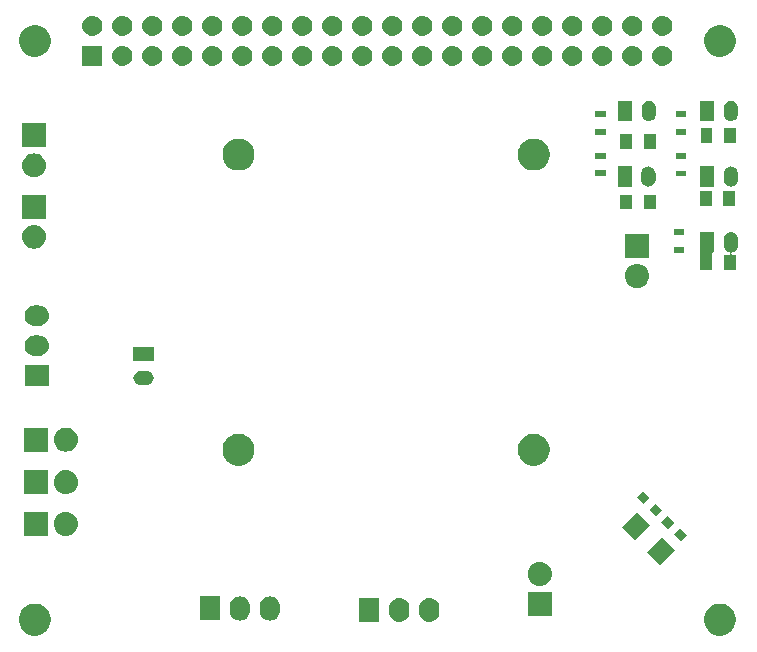
<source format=gbs>
G04 #@! TF.GenerationSoftware,KiCad,Pcbnew,5.1.4+dfsg1-1*
G04 #@! TF.CreationDate,2019-10-24T19:10:14+02:00*
G04 #@! TF.ProjectId,rasle,7261736c-652e-46b6-9963-61645f706362,rev?*
G04 #@! TF.SameCoordinates,Original*
G04 #@! TF.FileFunction,Soldermask,Bot*
G04 #@! TF.FilePolarity,Negative*
%FSLAX46Y46*%
G04 Gerber Fmt 4.6, Leading zero omitted, Abs format (unit mm)*
G04 Created by KiCad (PCBNEW 5.1.4+dfsg1-1) date 2019-10-24 19:10:14*
%MOMM*%
%LPD*%
G04 APERTURE LIST*
%ADD10C,0.150000*%
G04 APERTURE END LIST*
D10*
G36*
X261893779Y-145201879D02*
G01*
X262139463Y-145303645D01*
X262139465Y-145303646D01*
X262224261Y-145360305D01*
X262360574Y-145451386D01*
X262548614Y-145639426D01*
X262696355Y-145860537D01*
X262798121Y-146106221D01*
X262850000Y-146367035D01*
X262850000Y-146632965D01*
X262798121Y-146893779D01*
X262696355Y-147139463D01*
X262696354Y-147139465D01*
X262548613Y-147360575D01*
X262360575Y-147548613D01*
X262139465Y-147696354D01*
X262139464Y-147696355D01*
X262139463Y-147696355D01*
X261893779Y-147798121D01*
X261632965Y-147850000D01*
X261367035Y-147850000D01*
X261106221Y-147798121D01*
X260860537Y-147696355D01*
X260860536Y-147696355D01*
X260860535Y-147696354D01*
X260639425Y-147548613D01*
X260451387Y-147360575D01*
X260303646Y-147139465D01*
X260303645Y-147139463D01*
X260201879Y-146893779D01*
X260150000Y-146632965D01*
X260150000Y-146367035D01*
X260201879Y-146106221D01*
X260303645Y-145860537D01*
X260451386Y-145639426D01*
X260639426Y-145451386D01*
X260775739Y-145360305D01*
X260860535Y-145303646D01*
X260860537Y-145303645D01*
X261106221Y-145201879D01*
X261367035Y-145150000D01*
X261632965Y-145150000D01*
X261893779Y-145201879D01*
X261893779Y-145201879D01*
G37*
G36*
X203893779Y-145201879D02*
G01*
X204139463Y-145303645D01*
X204139465Y-145303646D01*
X204224261Y-145360305D01*
X204360574Y-145451386D01*
X204548614Y-145639426D01*
X204696355Y-145860537D01*
X204798121Y-146106221D01*
X204850000Y-146367035D01*
X204850000Y-146632965D01*
X204798121Y-146893779D01*
X204696355Y-147139463D01*
X204696354Y-147139465D01*
X204548613Y-147360575D01*
X204360575Y-147548613D01*
X204139465Y-147696354D01*
X204139464Y-147696355D01*
X204139463Y-147696355D01*
X203893779Y-147798121D01*
X203632965Y-147850000D01*
X203367035Y-147850000D01*
X203106221Y-147798121D01*
X202860537Y-147696355D01*
X202860536Y-147696355D01*
X202860535Y-147696354D01*
X202639425Y-147548613D01*
X202451387Y-147360575D01*
X202303646Y-147139465D01*
X202303645Y-147139463D01*
X202201879Y-146893779D01*
X202150000Y-146632965D01*
X202150000Y-146367035D01*
X202201879Y-146106221D01*
X202303645Y-145860537D01*
X202451386Y-145639426D01*
X202639426Y-145451386D01*
X202775739Y-145360305D01*
X202860535Y-145303646D01*
X202860537Y-145303645D01*
X203106221Y-145201879D01*
X203367035Y-145150000D01*
X203632965Y-145150000D01*
X203893779Y-145201879D01*
X203893779Y-145201879D01*
G37*
G36*
X234522794Y-144678496D02*
G01*
X234643226Y-144715029D01*
X234685587Y-144727879D01*
X234835607Y-144808066D01*
X234835610Y-144808068D01*
X234835611Y-144808069D01*
X234967112Y-144915988D01*
X235075031Y-145047488D01*
X235075033Y-145047492D01*
X235075034Y-145047493D01*
X235155221Y-145197513D01*
X235155222Y-145197516D01*
X235204604Y-145360305D01*
X235217100Y-145487180D01*
X235217100Y-145876819D01*
X235204604Y-146003694D01*
X235193747Y-146039484D01*
X235155221Y-146166488D01*
X235075034Y-146316507D01*
X235075031Y-146316512D01*
X234967112Y-146448012D01*
X234835612Y-146555931D01*
X234835608Y-146555933D01*
X234835607Y-146555934D01*
X234685587Y-146636121D01*
X234685584Y-146636122D01*
X234522795Y-146685504D01*
X234353500Y-146702178D01*
X234184206Y-146685504D01*
X234021417Y-146636122D01*
X234021414Y-146636121D01*
X233871394Y-146555934D01*
X233871393Y-146555933D01*
X233871389Y-146555931D01*
X233739888Y-146448012D01*
X233631969Y-146316512D01*
X233564347Y-146190000D01*
X233551779Y-146166487D01*
X233551778Y-146166484D01*
X233502396Y-146003695D01*
X233489900Y-145876820D01*
X233489900Y-145487181D01*
X233502396Y-145360306D01*
X233551778Y-145197517D01*
X233551779Y-145197513D01*
X233631966Y-145047493D01*
X233631970Y-145047488D01*
X233739888Y-144915988D01*
X233871388Y-144808069D01*
X233871392Y-144808067D01*
X233871393Y-144808066D01*
X234021413Y-144727879D01*
X234021416Y-144727878D01*
X234184205Y-144678496D01*
X234353500Y-144661822D01*
X234522794Y-144678496D01*
X234522794Y-144678496D01*
G37*
G36*
X237062794Y-144678496D02*
G01*
X237183226Y-144715029D01*
X237225587Y-144727879D01*
X237375607Y-144808066D01*
X237375610Y-144808068D01*
X237375611Y-144808069D01*
X237507112Y-144915988D01*
X237615031Y-145047488D01*
X237615033Y-145047492D01*
X237615034Y-145047493D01*
X237695221Y-145197513D01*
X237695222Y-145197516D01*
X237744604Y-145360305D01*
X237757100Y-145487180D01*
X237757100Y-145876819D01*
X237744604Y-146003694D01*
X237733747Y-146039484D01*
X237695221Y-146166488D01*
X237615034Y-146316507D01*
X237615031Y-146316512D01*
X237507112Y-146448012D01*
X237375612Y-146555931D01*
X237375608Y-146555933D01*
X237375607Y-146555934D01*
X237225587Y-146636121D01*
X237225584Y-146636122D01*
X237062795Y-146685504D01*
X236893500Y-146702178D01*
X236724206Y-146685504D01*
X236561417Y-146636122D01*
X236561414Y-146636121D01*
X236411394Y-146555934D01*
X236411393Y-146555933D01*
X236411389Y-146555931D01*
X236279888Y-146448012D01*
X236171969Y-146316512D01*
X236104347Y-146190000D01*
X236091779Y-146166487D01*
X236091778Y-146166484D01*
X236042396Y-146003695D01*
X236029900Y-145876820D01*
X236029900Y-145487181D01*
X236042396Y-145360306D01*
X236091778Y-145197517D01*
X236091779Y-145197513D01*
X236171966Y-145047493D01*
X236171970Y-145047488D01*
X236279888Y-144915988D01*
X236411388Y-144808069D01*
X236411392Y-144808067D01*
X236411393Y-144808066D01*
X236561413Y-144727879D01*
X236561416Y-144727878D01*
X236724205Y-144678496D01*
X236893500Y-144661822D01*
X237062794Y-144678496D01*
X237062794Y-144678496D01*
G37*
G36*
X232677100Y-146698000D02*
G01*
X230949900Y-146698000D01*
X230949900Y-144666000D01*
X232677100Y-144666000D01*
X232677100Y-146698000D01*
X232677100Y-146698000D01*
G37*
G36*
X221022694Y-144551496D02*
G01*
X221143126Y-144588029D01*
X221185487Y-144600879D01*
X221335507Y-144681066D01*
X221335510Y-144681068D01*
X221335511Y-144681069D01*
X221467012Y-144788988D01*
X221574931Y-144920488D01*
X221574933Y-144920492D01*
X221574934Y-144920493D01*
X221655121Y-145070513D01*
X221655122Y-145070516D01*
X221704504Y-145233305D01*
X221717000Y-145360180D01*
X221717000Y-145749819D01*
X221704504Y-145876694D01*
X221704465Y-145876821D01*
X221655121Y-146039488D01*
X221574934Y-146189507D01*
X221574931Y-146189512D01*
X221467012Y-146321012D01*
X221335512Y-146428931D01*
X221335508Y-146428933D01*
X221335507Y-146428934D01*
X221185487Y-146509121D01*
X221185484Y-146509122D01*
X221022695Y-146558504D01*
X220853400Y-146575178D01*
X220684106Y-146558504D01*
X220521317Y-146509122D01*
X220521314Y-146509121D01*
X220371294Y-146428934D01*
X220371293Y-146428933D01*
X220371289Y-146428931D01*
X220239788Y-146321012D01*
X220131869Y-146189512D01*
X220123639Y-146174115D01*
X220051679Y-146039487D01*
X220051678Y-146039484D01*
X220002296Y-145876695D01*
X219989800Y-145749820D01*
X219989800Y-145360181D01*
X220002296Y-145233306D01*
X220051678Y-145070517D01*
X220051679Y-145070513D01*
X220131866Y-144920493D01*
X220135563Y-144915988D01*
X220239788Y-144788988D01*
X220371288Y-144681069D01*
X220371292Y-144681067D01*
X220371293Y-144681066D01*
X220521313Y-144600879D01*
X220521316Y-144600878D01*
X220684105Y-144551496D01*
X220853400Y-144534822D01*
X221022694Y-144551496D01*
X221022694Y-144551496D01*
G37*
G36*
X223562694Y-144551496D02*
G01*
X223683126Y-144588029D01*
X223725487Y-144600879D01*
X223875507Y-144681066D01*
X223875510Y-144681068D01*
X223875511Y-144681069D01*
X224007012Y-144788988D01*
X224114931Y-144920488D01*
X224114933Y-144920492D01*
X224114934Y-144920493D01*
X224195121Y-145070513D01*
X224195122Y-145070516D01*
X224244504Y-145233305D01*
X224257000Y-145360180D01*
X224257000Y-145749819D01*
X224244504Y-145876694D01*
X224244465Y-145876821D01*
X224195121Y-146039488D01*
X224114934Y-146189507D01*
X224114931Y-146189512D01*
X224007012Y-146321012D01*
X223875512Y-146428931D01*
X223875508Y-146428933D01*
X223875507Y-146428934D01*
X223725487Y-146509121D01*
X223725484Y-146509122D01*
X223562695Y-146558504D01*
X223393400Y-146575178D01*
X223224106Y-146558504D01*
X223061317Y-146509122D01*
X223061314Y-146509121D01*
X222911294Y-146428934D01*
X222911293Y-146428933D01*
X222911289Y-146428931D01*
X222779788Y-146321012D01*
X222671869Y-146189512D01*
X222663639Y-146174115D01*
X222591679Y-146039487D01*
X222591678Y-146039484D01*
X222542296Y-145876695D01*
X222529800Y-145749820D01*
X222529800Y-145360181D01*
X222542296Y-145233306D01*
X222591678Y-145070517D01*
X222591679Y-145070513D01*
X222671866Y-144920493D01*
X222675563Y-144915988D01*
X222779788Y-144788988D01*
X222911288Y-144681069D01*
X222911292Y-144681067D01*
X222911293Y-144681066D01*
X223061313Y-144600879D01*
X223061316Y-144600878D01*
X223224105Y-144551496D01*
X223393400Y-144534822D01*
X223562694Y-144551496D01*
X223562694Y-144551496D01*
G37*
G36*
X219177000Y-146571000D02*
G01*
X217449800Y-146571000D01*
X217449800Y-144539000D01*
X219177000Y-144539000D01*
X219177000Y-146571000D01*
X219177000Y-146571000D01*
G37*
G36*
X247269400Y-146190000D02*
G01*
X245237400Y-146190000D01*
X245237400Y-144158000D01*
X247269400Y-144158000D01*
X247269400Y-146190000D01*
X247269400Y-146190000D01*
G37*
G36*
X246452567Y-141632701D02*
G01*
X246452570Y-141632702D01*
X246452571Y-141632702D01*
X246644087Y-141690798D01*
X246644089Y-141690799D01*
X246644092Y-141690800D01*
X246820590Y-141785139D01*
X246975296Y-141912104D01*
X247102261Y-142066810D01*
X247196600Y-142243308D01*
X247254699Y-142434833D01*
X247274315Y-142634000D01*
X247254699Y-142833167D01*
X247196600Y-143024692D01*
X247102261Y-143201190D01*
X246975296Y-143355896D01*
X246820590Y-143482861D01*
X246644092Y-143577200D01*
X246644089Y-143577201D01*
X246644087Y-143577202D01*
X246452571Y-143635298D01*
X246452570Y-143635298D01*
X246452567Y-143635299D01*
X246303306Y-143650000D01*
X246203494Y-143650000D01*
X246054233Y-143635299D01*
X246054230Y-143635298D01*
X246054229Y-143635298D01*
X245862713Y-143577202D01*
X245862711Y-143577201D01*
X245862708Y-143577200D01*
X245686210Y-143482861D01*
X245531504Y-143355896D01*
X245404539Y-143201190D01*
X245310200Y-143024692D01*
X245252101Y-142833167D01*
X245232485Y-142634000D01*
X245252101Y-142434833D01*
X245310200Y-142243308D01*
X245404539Y-142066810D01*
X245531504Y-141912104D01*
X245686210Y-141785139D01*
X245862708Y-141690800D01*
X245862711Y-141690799D01*
X245862713Y-141690798D01*
X246054229Y-141632702D01*
X246054230Y-141632702D01*
X246054233Y-141632701D01*
X246203494Y-141618000D01*
X246303306Y-141618000D01*
X246452567Y-141632701D01*
X246452567Y-141632701D01*
G37*
G36*
X257693366Y-140596474D02*
G01*
X256420574Y-141869266D01*
X255359914Y-140808606D01*
X256632706Y-139535814D01*
X257693366Y-140596474D01*
X257693366Y-140596474D01*
G37*
G36*
X258710938Y-139346608D02*
G01*
X258180608Y-139876938D01*
X257614922Y-139311252D01*
X258145252Y-138780922D01*
X258710938Y-139346608D01*
X258710938Y-139346608D01*
G37*
G36*
X255572046Y-138475154D02*
G01*
X254299254Y-139747946D01*
X253238594Y-138687286D01*
X254511386Y-137414494D01*
X255572046Y-138475154D01*
X255572046Y-138475154D01*
G37*
G36*
X206320567Y-137390901D02*
G01*
X206320570Y-137390902D01*
X206320571Y-137390902D01*
X206512087Y-137448998D01*
X206512089Y-137448999D01*
X206512092Y-137449000D01*
X206688590Y-137543339D01*
X206843296Y-137670304D01*
X206970261Y-137825010D01*
X207064600Y-138001508D01*
X207122699Y-138193033D01*
X207142315Y-138392200D01*
X207122699Y-138591367D01*
X207122698Y-138591370D01*
X207122698Y-138591371D01*
X207065198Y-138780923D01*
X207064600Y-138782892D01*
X206970261Y-138959390D01*
X206843296Y-139114096D01*
X206688590Y-139241061D01*
X206512092Y-139335400D01*
X206512089Y-139335401D01*
X206512087Y-139335402D01*
X206320571Y-139393498D01*
X206320570Y-139393498D01*
X206320567Y-139393499D01*
X206171306Y-139408200D01*
X206071494Y-139408200D01*
X205922233Y-139393499D01*
X205922230Y-139393498D01*
X205922229Y-139393498D01*
X205730713Y-139335402D01*
X205730711Y-139335401D01*
X205730708Y-139335400D01*
X205554210Y-139241061D01*
X205399504Y-139114096D01*
X205272539Y-138959390D01*
X205178200Y-138782892D01*
X205177603Y-138780923D01*
X205120102Y-138591371D01*
X205120102Y-138591370D01*
X205120101Y-138591367D01*
X205100485Y-138392200D01*
X205120101Y-138193033D01*
X205178200Y-138001508D01*
X205272539Y-137825010D01*
X205399504Y-137670304D01*
X205554210Y-137543339D01*
X205730708Y-137449000D01*
X205730711Y-137448999D01*
X205730713Y-137448998D01*
X205922229Y-137390902D01*
X205922230Y-137390902D01*
X205922233Y-137390901D01*
X206071494Y-137376200D01*
X206171306Y-137376200D01*
X206320567Y-137390901D01*
X206320567Y-137390901D01*
G37*
G36*
X204597400Y-139408200D02*
G01*
X202565400Y-139408200D01*
X202565400Y-137376200D01*
X204597400Y-137376200D01*
X204597400Y-139408200D01*
X204597400Y-139408200D01*
G37*
G36*
X257650278Y-138285948D02*
G01*
X257119948Y-138816278D01*
X256554262Y-138250592D01*
X257084592Y-137720262D01*
X257650278Y-138285948D01*
X257650278Y-138285948D01*
G37*
G36*
X256599668Y-137235338D02*
G01*
X256069338Y-137765668D01*
X255503652Y-137199982D01*
X256033982Y-136669652D01*
X256599668Y-137235338D01*
X256599668Y-137235338D01*
G37*
G36*
X255539008Y-136174678D02*
G01*
X255008678Y-136705008D01*
X254442992Y-136139322D01*
X254973322Y-135608992D01*
X255539008Y-136174678D01*
X255539008Y-136174678D01*
G37*
G36*
X204597400Y-135877600D02*
G01*
X202565400Y-135877600D01*
X202565400Y-133845600D01*
X204597400Y-133845600D01*
X204597400Y-135877600D01*
X204597400Y-135877600D01*
G37*
G36*
X206320567Y-133860301D02*
G01*
X206320570Y-133860302D01*
X206320571Y-133860302D01*
X206512087Y-133918398D01*
X206512089Y-133918399D01*
X206512092Y-133918400D01*
X206688590Y-134012739D01*
X206843296Y-134139704D01*
X206970261Y-134294410D01*
X207064600Y-134470908D01*
X207122699Y-134662433D01*
X207142315Y-134861600D01*
X207122699Y-135060767D01*
X207064600Y-135252292D01*
X206970261Y-135428790D01*
X206843296Y-135583496D01*
X206688590Y-135710461D01*
X206512092Y-135804800D01*
X206512089Y-135804801D01*
X206512087Y-135804802D01*
X206320571Y-135862898D01*
X206320570Y-135862898D01*
X206320567Y-135862899D01*
X206171306Y-135877600D01*
X206071494Y-135877600D01*
X205922233Y-135862899D01*
X205922230Y-135862898D01*
X205922229Y-135862898D01*
X205730713Y-135804802D01*
X205730711Y-135804801D01*
X205730708Y-135804800D01*
X205554210Y-135710461D01*
X205399504Y-135583496D01*
X205272539Y-135428790D01*
X205178200Y-135252292D01*
X205120101Y-135060767D01*
X205100485Y-134861600D01*
X205120101Y-134662433D01*
X205178200Y-134470908D01*
X205272539Y-134294410D01*
X205399504Y-134139704D01*
X205554210Y-134012739D01*
X205730708Y-133918400D01*
X205730711Y-133918399D01*
X205730713Y-133918398D01*
X205922229Y-133860302D01*
X205922230Y-133860302D01*
X205922233Y-133860301D01*
X206071494Y-133845600D01*
X206171306Y-133845600D01*
X206320567Y-133860301D01*
X206320567Y-133860301D01*
G37*
G36*
X246139179Y-130820279D02*
G01*
X246384863Y-130922045D01*
X246384865Y-130922046D01*
X246605975Y-131069787D01*
X246794013Y-131257825D01*
X246925074Y-131453971D01*
X246941755Y-131478937D01*
X247043521Y-131724621D01*
X247095400Y-131985435D01*
X247095400Y-132251365D01*
X247043521Y-132512179D01*
X246941755Y-132757863D01*
X246941754Y-132757865D01*
X246794013Y-132978975D01*
X246605975Y-133167013D01*
X246384865Y-133314754D01*
X246384864Y-133314755D01*
X246384863Y-133314755D01*
X246139179Y-133416521D01*
X245878365Y-133468400D01*
X245612435Y-133468400D01*
X245351621Y-133416521D01*
X245105937Y-133314755D01*
X245105936Y-133314755D01*
X245105935Y-133314754D01*
X244884825Y-133167013D01*
X244696787Y-132978975D01*
X244549046Y-132757865D01*
X244549045Y-132757863D01*
X244447279Y-132512179D01*
X244395400Y-132251365D01*
X244395400Y-131985435D01*
X244447279Y-131724621D01*
X244549045Y-131478937D01*
X244565727Y-131453971D01*
X244696787Y-131257825D01*
X244884825Y-131069787D01*
X245105935Y-130922046D01*
X245105937Y-130922045D01*
X245351621Y-130820279D01*
X245612435Y-130768400D01*
X245878365Y-130768400D01*
X246139179Y-130820279D01*
X246139179Y-130820279D01*
G37*
G36*
X221139179Y-130820279D02*
G01*
X221384863Y-130922045D01*
X221384865Y-130922046D01*
X221605975Y-131069787D01*
X221794013Y-131257825D01*
X221925074Y-131453971D01*
X221941755Y-131478937D01*
X222043521Y-131724621D01*
X222095400Y-131985435D01*
X222095400Y-132251365D01*
X222043521Y-132512179D01*
X221941755Y-132757863D01*
X221941754Y-132757865D01*
X221794013Y-132978975D01*
X221605975Y-133167013D01*
X221384865Y-133314754D01*
X221384864Y-133314755D01*
X221384863Y-133314755D01*
X221139179Y-133416521D01*
X220878365Y-133468400D01*
X220612435Y-133468400D01*
X220351621Y-133416521D01*
X220105937Y-133314755D01*
X220105936Y-133314755D01*
X220105935Y-133314754D01*
X219884825Y-133167013D01*
X219696787Y-132978975D01*
X219549046Y-132757865D01*
X219549045Y-132757863D01*
X219447279Y-132512179D01*
X219395400Y-132251365D01*
X219395400Y-131985435D01*
X219447279Y-131724621D01*
X219549045Y-131478937D01*
X219565727Y-131453971D01*
X219696787Y-131257825D01*
X219884825Y-131069787D01*
X220105935Y-130922046D01*
X220105937Y-130922045D01*
X220351621Y-130820279D01*
X220612435Y-130768400D01*
X220878365Y-130768400D01*
X221139179Y-130820279D01*
X221139179Y-130820279D01*
G37*
G36*
X206320567Y-130253501D02*
G01*
X206320570Y-130253502D01*
X206320571Y-130253502D01*
X206512087Y-130311598D01*
X206512089Y-130311599D01*
X206512092Y-130311600D01*
X206688590Y-130405939D01*
X206843296Y-130532904D01*
X206970261Y-130687610D01*
X207064600Y-130864108D01*
X207064601Y-130864111D01*
X207064602Y-130864113D01*
X207122698Y-131055629D01*
X207122699Y-131055633D01*
X207142315Y-131254800D01*
X207122699Y-131453967D01*
X207122698Y-131453970D01*
X207122698Y-131453971D01*
X207115125Y-131478937D01*
X207064600Y-131645492D01*
X206970261Y-131821990D01*
X206843296Y-131976696D01*
X206688590Y-132103661D01*
X206512092Y-132198000D01*
X206512089Y-132198001D01*
X206512087Y-132198002D01*
X206320571Y-132256098D01*
X206320570Y-132256098D01*
X206320567Y-132256099D01*
X206171306Y-132270800D01*
X206071494Y-132270800D01*
X205922233Y-132256099D01*
X205922230Y-132256098D01*
X205922229Y-132256098D01*
X205730713Y-132198002D01*
X205730711Y-132198001D01*
X205730708Y-132198000D01*
X205554210Y-132103661D01*
X205399504Y-131976696D01*
X205272539Y-131821990D01*
X205178200Y-131645492D01*
X205127676Y-131478937D01*
X205120102Y-131453971D01*
X205120102Y-131453970D01*
X205120101Y-131453967D01*
X205100485Y-131254800D01*
X205120101Y-131055633D01*
X205120102Y-131055629D01*
X205178198Y-130864113D01*
X205178199Y-130864111D01*
X205178200Y-130864108D01*
X205272539Y-130687610D01*
X205399504Y-130532904D01*
X205554210Y-130405939D01*
X205730708Y-130311600D01*
X205730711Y-130311599D01*
X205730713Y-130311598D01*
X205922229Y-130253502D01*
X205922230Y-130253502D01*
X205922233Y-130253501D01*
X206071494Y-130238800D01*
X206171306Y-130238800D01*
X206320567Y-130253501D01*
X206320567Y-130253501D01*
G37*
G36*
X204597400Y-132270800D02*
G01*
X202565400Y-132270800D01*
X202565400Y-130238800D01*
X204597400Y-130238800D01*
X204597400Y-132270800D01*
X204597400Y-132270800D01*
G37*
G36*
X204673600Y-126708200D02*
G01*
X202641600Y-126708200D01*
X202641600Y-124981000D01*
X204673600Y-124981000D01*
X204673600Y-126708200D01*
X204673600Y-126708200D01*
G37*
G36*
X213067621Y-125424482D02*
G01*
X213180721Y-125458790D01*
X213284955Y-125514504D01*
X213376317Y-125589483D01*
X213451296Y-125680845D01*
X213507010Y-125785079D01*
X213541318Y-125898179D01*
X213552903Y-126015800D01*
X213541318Y-126133421D01*
X213507010Y-126246521D01*
X213451296Y-126350755D01*
X213376317Y-126442117D01*
X213284955Y-126517096D01*
X213180721Y-126572810D01*
X213067621Y-126607118D01*
X212979474Y-126615800D01*
X212420526Y-126615800D01*
X212332379Y-126607118D01*
X212219279Y-126572810D01*
X212115045Y-126517096D01*
X212023683Y-126442117D01*
X211948704Y-126350755D01*
X211892990Y-126246521D01*
X211858682Y-126133421D01*
X211847097Y-126015800D01*
X211858682Y-125898179D01*
X211892990Y-125785079D01*
X211948704Y-125680845D01*
X212023683Y-125589483D01*
X212115045Y-125514504D01*
X212219279Y-125458790D01*
X212332379Y-125424482D01*
X212420526Y-125415800D01*
X212979474Y-125415800D01*
X213067621Y-125424482D01*
X213067621Y-125424482D01*
G37*
G36*
X213550000Y-124615800D02*
G01*
X211850000Y-124615800D01*
X211850000Y-123415800D01*
X213550000Y-123415800D01*
X213550000Y-124615800D01*
X213550000Y-124615800D01*
G37*
G36*
X203894712Y-122445165D02*
G01*
X203979295Y-122453496D01*
X204142084Y-122502878D01*
X204142087Y-122502879D01*
X204292107Y-122583066D01*
X204292108Y-122583067D01*
X204292112Y-122583069D01*
X204423612Y-122690988D01*
X204531531Y-122822488D01*
X204531533Y-122822492D01*
X204531534Y-122822493D01*
X204611721Y-122972513D01*
X204611722Y-122972516D01*
X204661104Y-123135305D01*
X204677778Y-123304600D01*
X204661104Y-123473895D01*
X204611722Y-123636684D01*
X204611721Y-123636687D01*
X204531534Y-123786707D01*
X204531531Y-123786712D01*
X204423612Y-123918212D01*
X204292112Y-124026131D01*
X204292108Y-124026133D01*
X204292107Y-124026134D01*
X204142087Y-124106321D01*
X204142084Y-124106322D01*
X203979295Y-124155704D01*
X203894712Y-124164035D01*
X203852421Y-124168200D01*
X203462779Y-124168200D01*
X203420488Y-124164035D01*
X203335905Y-124155704D01*
X203173116Y-124106322D01*
X203173113Y-124106321D01*
X203023093Y-124026134D01*
X203023092Y-124026133D01*
X203023088Y-124026131D01*
X202891588Y-123918212D01*
X202783669Y-123786712D01*
X202783666Y-123786707D01*
X202703479Y-123636687D01*
X202703478Y-123636684D01*
X202654096Y-123473895D01*
X202637422Y-123304600D01*
X202654096Y-123135305D01*
X202703478Y-122972516D01*
X202703479Y-122972513D01*
X202783666Y-122822493D01*
X202783667Y-122822492D01*
X202783669Y-122822488D01*
X202891588Y-122690988D01*
X203023088Y-122583069D01*
X203023092Y-122583067D01*
X203023093Y-122583066D01*
X203173113Y-122502879D01*
X203173116Y-122502878D01*
X203335905Y-122453496D01*
X203420488Y-122445165D01*
X203462779Y-122441000D01*
X203852421Y-122441000D01*
X203894712Y-122445165D01*
X203894712Y-122445165D01*
G37*
G36*
X203894712Y-119905165D02*
G01*
X203979295Y-119913496D01*
X204142084Y-119962878D01*
X204142087Y-119962879D01*
X204292107Y-120043066D01*
X204292108Y-120043067D01*
X204292112Y-120043069D01*
X204423612Y-120150988D01*
X204531531Y-120282488D01*
X204531533Y-120282492D01*
X204531534Y-120282493D01*
X204611721Y-120432513D01*
X204611722Y-120432516D01*
X204661104Y-120595305D01*
X204677778Y-120764600D01*
X204661104Y-120933895D01*
X204611722Y-121096684D01*
X204611721Y-121096687D01*
X204531534Y-121246707D01*
X204531531Y-121246712D01*
X204423612Y-121378212D01*
X204292112Y-121486131D01*
X204292108Y-121486133D01*
X204292107Y-121486134D01*
X204142087Y-121566321D01*
X204142084Y-121566322D01*
X203979295Y-121615704D01*
X203894712Y-121624035D01*
X203852421Y-121628200D01*
X203462779Y-121628200D01*
X203420488Y-121624035D01*
X203335905Y-121615704D01*
X203173116Y-121566322D01*
X203173113Y-121566321D01*
X203023093Y-121486134D01*
X203023092Y-121486133D01*
X203023088Y-121486131D01*
X202891588Y-121378212D01*
X202783669Y-121246712D01*
X202783666Y-121246707D01*
X202703479Y-121096687D01*
X202703478Y-121096684D01*
X202654096Y-120933895D01*
X202637422Y-120764600D01*
X202654096Y-120595305D01*
X202703478Y-120432516D01*
X202703479Y-120432513D01*
X202783666Y-120282493D01*
X202783667Y-120282492D01*
X202783669Y-120282488D01*
X202891588Y-120150988D01*
X203023088Y-120043069D01*
X203023092Y-120043067D01*
X203023093Y-120043066D01*
X203173113Y-119962879D01*
X203173116Y-119962878D01*
X203335905Y-119913496D01*
X203420488Y-119905165D01*
X203462779Y-119901000D01*
X203852421Y-119901000D01*
X203894712Y-119905165D01*
X203894712Y-119905165D01*
G37*
G36*
X254682167Y-116392721D02*
G01*
X254682170Y-116392722D01*
X254682171Y-116392722D01*
X254873687Y-116450818D01*
X254873689Y-116450819D01*
X254873692Y-116450820D01*
X255050190Y-116545159D01*
X255204896Y-116672124D01*
X255331861Y-116826830D01*
X255426200Y-117003328D01*
X255484299Y-117194853D01*
X255503915Y-117394020D01*
X255484299Y-117593187D01*
X255426200Y-117784712D01*
X255331861Y-117961210D01*
X255204896Y-118115916D01*
X255050190Y-118242881D01*
X254873692Y-118337220D01*
X254873689Y-118337221D01*
X254873687Y-118337222D01*
X254682171Y-118395318D01*
X254682170Y-118395318D01*
X254682167Y-118395319D01*
X254532906Y-118410020D01*
X254433094Y-118410020D01*
X254283833Y-118395319D01*
X254283830Y-118395318D01*
X254283829Y-118395318D01*
X254092313Y-118337222D01*
X254092311Y-118337221D01*
X254092308Y-118337220D01*
X253915810Y-118242881D01*
X253761104Y-118115916D01*
X253634139Y-117961210D01*
X253539800Y-117784712D01*
X253481701Y-117593187D01*
X253462085Y-117394020D01*
X253481701Y-117194853D01*
X253539800Y-117003328D01*
X253634139Y-116826830D01*
X253761104Y-116672124D01*
X253915810Y-116545159D01*
X254092308Y-116450820D01*
X254092311Y-116450819D01*
X254092313Y-116450818D01*
X254283829Y-116392722D01*
X254283830Y-116392722D01*
X254283833Y-116392721D01*
X254433094Y-116378020D01*
X254532906Y-116378020D01*
X254682167Y-116392721D01*
X254682167Y-116392721D01*
G37*
G36*
X261026600Y-115391600D02*
G01*
X260955839Y-115391600D01*
X260931453Y-115394002D01*
X260908004Y-115401115D01*
X260886393Y-115412666D01*
X260867451Y-115428211D01*
X260851906Y-115447153D01*
X260840355Y-115468764D01*
X260833242Y-115492213D01*
X260830840Y-115516599D01*
X260830840Y-116876020D01*
X259830840Y-116876020D01*
X259830840Y-115516599D01*
X259828438Y-115492213D01*
X259826600Y-115486154D01*
X259826600Y-113691600D01*
X261026600Y-113691600D01*
X261026600Y-115391600D01*
X261026600Y-115391600D01*
G37*
G36*
X262544220Y-113700282D02*
G01*
X262657320Y-113734590D01*
X262761554Y-113790304D01*
X262852917Y-113865283D01*
X262927896Y-113956645D01*
X262983610Y-114060879D01*
X263017918Y-114173979D01*
X263026600Y-114262126D01*
X263026600Y-114821074D01*
X263017918Y-114909221D01*
X262983610Y-115022321D01*
X262927896Y-115126555D01*
X262852917Y-115217917D01*
X262761555Y-115292896D01*
X262657321Y-115348610D01*
X262549201Y-115381407D01*
X262526570Y-115390782D01*
X262506196Y-115404395D01*
X262488869Y-115421722D01*
X262475255Y-115442097D01*
X262465877Y-115464736D01*
X262461097Y-115488769D01*
X262461097Y-115513273D01*
X262465877Y-115537306D01*
X262475255Y-115559945D01*
X262488868Y-115580319D01*
X262506195Y-115597646D01*
X262526570Y-115611260D01*
X262549209Y-115620638D01*
X262573242Y-115625418D01*
X262585494Y-115626020D01*
X262830840Y-115626020D01*
X262830840Y-116876020D01*
X261830840Y-116876020D01*
X261830840Y-115626020D01*
X262267707Y-115626020D01*
X262292093Y-115623618D01*
X262315542Y-115616505D01*
X262337153Y-115604954D01*
X262356095Y-115589409D01*
X262371640Y-115570467D01*
X262383191Y-115548856D01*
X262390304Y-115525407D01*
X262392706Y-115501021D01*
X262390304Y-115476635D01*
X262383191Y-115453186D01*
X262371640Y-115431575D01*
X262356095Y-115412633D01*
X262337153Y-115397088D01*
X262315542Y-115385537D01*
X262304009Y-115381410D01*
X262195880Y-115348610D01*
X262091646Y-115292896D01*
X262000284Y-115217917D01*
X261925305Y-115126555D01*
X261925304Y-115126553D01*
X261895217Y-115070265D01*
X261869590Y-115022321D01*
X261835282Y-114909221D01*
X261826600Y-114821074D01*
X261826600Y-114262127D01*
X261835282Y-114173980D01*
X261869590Y-114060880D01*
X261925304Y-113956646D01*
X262000283Y-113865283D01*
X262091645Y-113790304D01*
X262195879Y-113734590D01*
X262308979Y-113700282D01*
X262426600Y-113688697D01*
X262544220Y-113700282D01*
X262544220Y-113700282D01*
G37*
G36*
X255499000Y-115870020D02*
G01*
X253467000Y-115870020D01*
X253467000Y-113838020D01*
X255499000Y-113838020D01*
X255499000Y-115870020D01*
X255499000Y-115870020D01*
G37*
G36*
X258499160Y-115467240D02*
G01*
X257599160Y-115467240D01*
X257599160Y-114967240D01*
X258499160Y-114967240D01*
X258499160Y-115467240D01*
X258499160Y-115467240D01*
G37*
G36*
X203622253Y-113096893D02*
G01*
X203810658Y-113154045D01*
X203984293Y-113246854D01*
X204136485Y-113371755D01*
X204261386Y-113523947D01*
X204354195Y-113697582D01*
X204411347Y-113885987D01*
X204430645Y-114081921D01*
X204411347Y-114277855D01*
X204354195Y-114466260D01*
X204261386Y-114639895D01*
X204136485Y-114792087D01*
X203984293Y-114916988D01*
X203810658Y-115009797D01*
X203622253Y-115066949D01*
X203475419Y-115081411D01*
X203377219Y-115081411D01*
X203230385Y-115066949D01*
X203041980Y-115009797D01*
X202868345Y-114916988D01*
X202716153Y-114792087D01*
X202591252Y-114639895D01*
X202498443Y-114466260D01*
X202441291Y-114277855D01*
X202421993Y-114081921D01*
X202441291Y-113885987D01*
X202498443Y-113697582D01*
X202591252Y-113523947D01*
X202716153Y-113371755D01*
X202868345Y-113246854D01*
X203041980Y-113154045D01*
X203230385Y-113096893D01*
X203377219Y-113082431D01*
X203475419Y-113082431D01*
X203622253Y-113096893D01*
X203622253Y-113096893D01*
G37*
G36*
X258499160Y-113967240D02*
G01*
X257599160Y-113967240D01*
X257599160Y-113467240D01*
X258499160Y-113467240D01*
X258499160Y-113967240D01*
X258499160Y-113967240D01*
G37*
G36*
X204425809Y-112541411D02*
G01*
X202426829Y-112541411D01*
X202426829Y-110542431D01*
X204425809Y-110542431D01*
X204425809Y-112541411D01*
X204425809Y-112541411D01*
G37*
G36*
X254059200Y-111763000D02*
G01*
X253059200Y-111763000D01*
X253059200Y-110513000D01*
X254059200Y-110513000D01*
X254059200Y-111763000D01*
X254059200Y-111763000D01*
G37*
G36*
X256059200Y-111763000D02*
G01*
X255059200Y-111763000D01*
X255059200Y-110513000D01*
X256059200Y-110513000D01*
X256059200Y-111763000D01*
X256059200Y-111763000D01*
G37*
G36*
X260803660Y-111455660D02*
G01*
X259803660Y-111455660D01*
X259803660Y-110205660D01*
X260803660Y-110205660D01*
X260803660Y-111455660D01*
X260803660Y-111455660D01*
G37*
G36*
X262803660Y-111455660D02*
G01*
X261803660Y-111455660D01*
X261803660Y-110205660D01*
X262803660Y-110205660D01*
X262803660Y-111455660D01*
X262803660Y-111455660D01*
G37*
G36*
X262544220Y-108137682D02*
G01*
X262657320Y-108171990D01*
X262761554Y-108227704D01*
X262852917Y-108302683D01*
X262927896Y-108394045D01*
X262983610Y-108498279D01*
X263017918Y-108611379D01*
X263026600Y-108699526D01*
X263026600Y-109258474D01*
X263017918Y-109346621D01*
X262983610Y-109459721D01*
X262927896Y-109563955D01*
X262852917Y-109655317D01*
X262761555Y-109730296D01*
X262657321Y-109786010D01*
X262544221Y-109820318D01*
X262426600Y-109831903D01*
X262308980Y-109820318D01*
X262195880Y-109786010D01*
X262091646Y-109730296D01*
X262000284Y-109655317D01*
X261925305Y-109563955D01*
X261925304Y-109563953D01*
X261869592Y-109459724D01*
X261869590Y-109459721D01*
X261835282Y-109346621D01*
X261826600Y-109258474D01*
X261826600Y-108699527D01*
X261835282Y-108611380D01*
X261869590Y-108498280D01*
X261925304Y-108394046D01*
X262000283Y-108302683D01*
X262091645Y-108227704D01*
X262195879Y-108171990D01*
X262308979Y-108137682D01*
X262426600Y-108126097D01*
X262544220Y-108137682D01*
X262544220Y-108137682D01*
G37*
G36*
X255565820Y-108137682D02*
G01*
X255678920Y-108171990D01*
X255783154Y-108227704D01*
X255874517Y-108302683D01*
X255949496Y-108394045D01*
X256005210Y-108498279D01*
X256039518Y-108611379D01*
X256048200Y-108699526D01*
X256048200Y-109258474D01*
X256039518Y-109346621D01*
X256005210Y-109459721D01*
X255949496Y-109563955D01*
X255874517Y-109655317D01*
X255783155Y-109730296D01*
X255678921Y-109786010D01*
X255565821Y-109820318D01*
X255448200Y-109831903D01*
X255330580Y-109820318D01*
X255217480Y-109786010D01*
X255113246Y-109730296D01*
X255021884Y-109655317D01*
X254946905Y-109563955D01*
X254946904Y-109563953D01*
X254891192Y-109459724D01*
X254891190Y-109459721D01*
X254856882Y-109346621D01*
X254848200Y-109258474D01*
X254848200Y-108699527D01*
X254856882Y-108611380D01*
X254891190Y-108498280D01*
X254946904Y-108394046D01*
X255021883Y-108302683D01*
X255113245Y-108227704D01*
X255217479Y-108171990D01*
X255330579Y-108137682D01*
X255448200Y-108126097D01*
X255565820Y-108137682D01*
X255565820Y-108137682D01*
G37*
G36*
X254048200Y-109829000D02*
G01*
X252848200Y-109829000D01*
X252848200Y-108129000D01*
X254048200Y-108129000D01*
X254048200Y-109829000D01*
X254048200Y-109829000D01*
G37*
G36*
X261026600Y-109829000D02*
G01*
X259826600Y-109829000D01*
X259826600Y-108129000D01*
X261026600Y-108129000D01*
X261026600Y-109829000D01*
X261026600Y-109829000D01*
G37*
G36*
X203622253Y-107046893D02*
G01*
X203810658Y-107104045D01*
X203984293Y-107196854D01*
X204136485Y-107321755D01*
X204261386Y-107473947D01*
X204354195Y-107647582D01*
X204411347Y-107835987D01*
X204430645Y-108031921D01*
X204411347Y-108227855D01*
X204354195Y-108416260D01*
X204261386Y-108589895D01*
X204136485Y-108742087D01*
X203984293Y-108866988D01*
X203810658Y-108959797D01*
X203622253Y-109016949D01*
X203475419Y-109031411D01*
X203377219Y-109031411D01*
X203230385Y-109016949D01*
X203041980Y-108959797D01*
X202868345Y-108866988D01*
X202716153Y-108742087D01*
X202591252Y-108589895D01*
X202498443Y-108416260D01*
X202441291Y-108227855D01*
X202421993Y-108031921D01*
X202441291Y-107835987D01*
X202498443Y-107647582D01*
X202591252Y-107473947D01*
X202716153Y-107321755D01*
X202868345Y-107196854D01*
X203041980Y-107104045D01*
X203230385Y-107046893D01*
X203377219Y-107032431D01*
X203475419Y-107032431D01*
X203622253Y-107046893D01*
X203622253Y-107046893D01*
G37*
G36*
X258656640Y-108978240D02*
G01*
X257756640Y-108978240D01*
X257756640Y-108478240D01*
X258656640Y-108478240D01*
X258656640Y-108978240D01*
X258656640Y-108978240D01*
G37*
G36*
X251839280Y-108973160D02*
G01*
X250939280Y-108973160D01*
X250939280Y-108473160D01*
X251839280Y-108473160D01*
X251839280Y-108973160D01*
X251839280Y-108973160D01*
G37*
G36*
X221139179Y-105820279D02*
G01*
X221384863Y-105922045D01*
X221384865Y-105922046D01*
X221496169Y-105996417D01*
X221605974Y-106069786D01*
X221794014Y-106257826D01*
X221941755Y-106478937D01*
X222043521Y-106724621D01*
X222095400Y-106985435D01*
X222095400Y-107251365D01*
X222043521Y-107512179D01*
X221987435Y-107647582D01*
X221941754Y-107757865D01*
X221889552Y-107835991D01*
X221794014Y-107978974D01*
X221605974Y-108167014D01*
X221515145Y-108227704D01*
X221384865Y-108314754D01*
X221384864Y-108314755D01*
X221384863Y-108314755D01*
X221139179Y-108416521D01*
X220878365Y-108468400D01*
X220612435Y-108468400D01*
X220351621Y-108416521D01*
X220105937Y-108314755D01*
X220105936Y-108314755D01*
X220105935Y-108314754D01*
X219975655Y-108227704D01*
X219884826Y-108167014D01*
X219696786Y-107978974D01*
X219601248Y-107835991D01*
X219549046Y-107757865D01*
X219503365Y-107647582D01*
X219447279Y-107512179D01*
X219395400Y-107251365D01*
X219395400Y-106985435D01*
X219447279Y-106724621D01*
X219549045Y-106478937D01*
X219696786Y-106257826D01*
X219884826Y-106069786D01*
X219994631Y-105996417D01*
X220105935Y-105922046D01*
X220105937Y-105922045D01*
X220351621Y-105820279D01*
X220612435Y-105768400D01*
X220878365Y-105768400D01*
X221139179Y-105820279D01*
X221139179Y-105820279D01*
G37*
G36*
X246139179Y-105820279D02*
G01*
X246384863Y-105922045D01*
X246384865Y-105922046D01*
X246496169Y-105996417D01*
X246605974Y-106069786D01*
X246794014Y-106257826D01*
X246941755Y-106478937D01*
X247043521Y-106724621D01*
X247095400Y-106985435D01*
X247095400Y-107251365D01*
X247043521Y-107512179D01*
X246987435Y-107647582D01*
X246941754Y-107757865D01*
X246889552Y-107835991D01*
X246794014Y-107978974D01*
X246605974Y-108167014D01*
X246515145Y-108227704D01*
X246384865Y-108314754D01*
X246384864Y-108314755D01*
X246384863Y-108314755D01*
X246139179Y-108416521D01*
X245878365Y-108468400D01*
X245612435Y-108468400D01*
X245351621Y-108416521D01*
X245105937Y-108314755D01*
X245105936Y-108314755D01*
X245105935Y-108314754D01*
X244975655Y-108227704D01*
X244884826Y-108167014D01*
X244696786Y-107978974D01*
X244601248Y-107835991D01*
X244549046Y-107757865D01*
X244503365Y-107647582D01*
X244447279Y-107512179D01*
X244395400Y-107251365D01*
X244395400Y-106985435D01*
X244447279Y-106724621D01*
X244549045Y-106478937D01*
X244696786Y-106257826D01*
X244884826Y-106069786D01*
X244994631Y-105996417D01*
X245105935Y-105922046D01*
X245105937Y-105922045D01*
X245351621Y-105820279D01*
X245612435Y-105768400D01*
X245878365Y-105768400D01*
X246139179Y-105820279D01*
X246139179Y-105820279D01*
G37*
G36*
X258656640Y-107478240D02*
G01*
X257756640Y-107478240D01*
X257756640Y-106978240D01*
X258656640Y-106978240D01*
X258656640Y-107478240D01*
X258656640Y-107478240D01*
G37*
G36*
X251839280Y-107473160D02*
G01*
X250939280Y-107473160D01*
X250939280Y-106973160D01*
X251839280Y-106973160D01*
X251839280Y-107473160D01*
X251839280Y-107473160D01*
G37*
G36*
X256060980Y-106655060D02*
G01*
X255060980Y-106655060D01*
X255060980Y-105405060D01*
X256060980Y-105405060D01*
X256060980Y-106655060D01*
X256060980Y-106655060D01*
G37*
G36*
X254060980Y-106655060D02*
G01*
X253060980Y-106655060D01*
X253060980Y-105405060D01*
X254060980Y-105405060D01*
X254060980Y-106655060D01*
X254060980Y-106655060D01*
G37*
G36*
X204425809Y-106491411D02*
G01*
X202426829Y-106491411D01*
X202426829Y-104492431D01*
X204425809Y-104492431D01*
X204425809Y-106491411D01*
X204425809Y-106491411D01*
G37*
G36*
X262866400Y-106124200D02*
G01*
X261866400Y-106124200D01*
X261866400Y-104874200D01*
X262866400Y-104874200D01*
X262866400Y-106124200D01*
X262866400Y-106124200D01*
G37*
G36*
X260866400Y-106124200D02*
G01*
X259866400Y-106124200D01*
X259866400Y-104874200D01*
X260866400Y-104874200D01*
X260866400Y-106124200D01*
X260866400Y-106124200D01*
G37*
G36*
X251851980Y-105455260D02*
G01*
X250951980Y-105455260D01*
X250951980Y-104955260D01*
X251851980Y-104955260D01*
X251851980Y-105455260D01*
X251851980Y-105455260D01*
G37*
G36*
X258656640Y-105434940D02*
G01*
X257756640Y-105434940D01*
X257756640Y-104934940D01*
X258656640Y-104934940D01*
X258656640Y-105434940D01*
X258656640Y-105434940D01*
G37*
G36*
X262544220Y-102575082D02*
G01*
X262657320Y-102609390D01*
X262761554Y-102665104D01*
X262852917Y-102740083D01*
X262927896Y-102831445D01*
X262983610Y-102935679D01*
X263017918Y-103048779D01*
X263026600Y-103136926D01*
X263026600Y-103695874D01*
X263017918Y-103784021D01*
X262983610Y-103897121D01*
X262927896Y-104001355D01*
X262852917Y-104092717D01*
X262761555Y-104167696D01*
X262657321Y-104223410D01*
X262544221Y-104257718D01*
X262426600Y-104269303D01*
X262308980Y-104257718D01*
X262195880Y-104223410D01*
X262091646Y-104167696D01*
X262000284Y-104092717D01*
X261925305Y-104001355D01*
X261925304Y-104001353D01*
X261869592Y-103897124D01*
X261869590Y-103897121D01*
X261835282Y-103784021D01*
X261826600Y-103695874D01*
X261826600Y-103136927D01*
X261835282Y-103048780D01*
X261869590Y-102935680D01*
X261925304Y-102831446D01*
X262000283Y-102740083D01*
X262091645Y-102665104D01*
X262195879Y-102609390D01*
X262308979Y-102575082D01*
X262426600Y-102563497D01*
X262544220Y-102575082D01*
X262544220Y-102575082D01*
G37*
G36*
X255584620Y-102575082D02*
G01*
X255697720Y-102609390D01*
X255801954Y-102665104D01*
X255893317Y-102740083D01*
X255968296Y-102831445D01*
X256024010Y-102935679D01*
X256058318Y-103048779D01*
X256067000Y-103136926D01*
X256067000Y-103695874D01*
X256058318Y-103784021D01*
X256024010Y-103897121D01*
X255968296Y-104001355D01*
X255893317Y-104092717D01*
X255801955Y-104167696D01*
X255697721Y-104223410D01*
X255584621Y-104257718D01*
X255467000Y-104269303D01*
X255349380Y-104257718D01*
X255236280Y-104223410D01*
X255132046Y-104167696D01*
X255040684Y-104092717D01*
X254965705Y-104001355D01*
X254965704Y-104001353D01*
X254909992Y-103897124D01*
X254909990Y-103897121D01*
X254875682Y-103784021D01*
X254867000Y-103695874D01*
X254867000Y-103136927D01*
X254875682Y-103048780D01*
X254909990Y-102935680D01*
X254965704Y-102831446D01*
X255040683Y-102740083D01*
X255132045Y-102665104D01*
X255236279Y-102609390D01*
X255349379Y-102575082D01*
X255467000Y-102563497D01*
X255584620Y-102575082D01*
X255584620Y-102575082D01*
G37*
G36*
X261026600Y-104266400D02*
G01*
X259826600Y-104266400D01*
X259826600Y-102566400D01*
X261026600Y-102566400D01*
X261026600Y-104266400D01*
X261026600Y-104266400D01*
G37*
G36*
X254067000Y-104266400D02*
G01*
X252867000Y-104266400D01*
X252867000Y-102566400D01*
X254067000Y-102566400D01*
X254067000Y-104266400D01*
X254067000Y-104266400D01*
G37*
G36*
X251851980Y-103955260D02*
G01*
X250951980Y-103955260D01*
X250951980Y-103455260D01*
X251851980Y-103455260D01*
X251851980Y-103955260D01*
X251851980Y-103955260D01*
G37*
G36*
X258656640Y-103934940D02*
G01*
X257756640Y-103934940D01*
X257756640Y-103434940D01*
X258656640Y-103434940D01*
X258656640Y-103934940D01*
X258656640Y-103934940D01*
G37*
G36*
X256796627Y-97932299D02*
G01*
X256876742Y-97956601D01*
X256956855Y-97980903D01*
X256956857Y-97980904D01*
X257104518Y-98059831D01*
X257233949Y-98166051D01*
X257340169Y-98295482D01*
X257419096Y-98443143D01*
X257467701Y-98603373D01*
X257484112Y-98770000D01*
X257467701Y-98936627D01*
X257419096Y-99096857D01*
X257340169Y-99244518D01*
X257233949Y-99373949D01*
X257104518Y-99480169D01*
X256956857Y-99559096D01*
X256956855Y-99559097D01*
X256876742Y-99583398D01*
X256796627Y-99607701D01*
X256671752Y-99620000D01*
X256588248Y-99620000D01*
X256463373Y-99607701D01*
X256383258Y-99583398D01*
X256303145Y-99559097D01*
X256303143Y-99559096D01*
X256155482Y-99480169D01*
X256026051Y-99373949D01*
X255919831Y-99244518D01*
X255840904Y-99096857D01*
X255792299Y-98936627D01*
X255775888Y-98770000D01*
X255792299Y-98603373D01*
X255840904Y-98443143D01*
X255919831Y-98295482D01*
X256026051Y-98166051D01*
X256155482Y-98059831D01*
X256303143Y-97980904D01*
X256303145Y-97980903D01*
X256383258Y-97956601D01*
X256463373Y-97932299D01*
X256588248Y-97920000D01*
X256671752Y-97920000D01*
X256796627Y-97932299D01*
X256796627Y-97932299D01*
G37*
G36*
X233936627Y-97932299D02*
G01*
X234016742Y-97956601D01*
X234096855Y-97980903D01*
X234096857Y-97980904D01*
X234244518Y-98059831D01*
X234373949Y-98166051D01*
X234480169Y-98295482D01*
X234559096Y-98443143D01*
X234607701Y-98603373D01*
X234624112Y-98770000D01*
X234607701Y-98936627D01*
X234559096Y-99096857D01*
X234480169Y-99244518D01*
X234373949Y-99373949D01*
X234244518Y-99480169D01*
X234096857Y-99559096D01*
X234096855Y-99559097D01*
X234016742Y-99583398D01*
X233936627Y-99607701D01*
X233811752Y-99620000D01*
X233728248Y-99620000D01*
X233603373Y-99607701D01*
X233523258Y-99583398D01*
X233443145Y-99559097D01*
X233443143Y-99559096D01*
X233295482Y-99480169D01*
X233166051Y-99373949D01*
X233059831Y-99244518D01*
X232980904Y-99096857D01*
X232932299Y-98936627D01*
X232915888Y-98770000D01*
X232932299Y-98603373D01*
X232980904Y-98443143D01*
X233059831Y-98295482D01*
X233166051Y-98166051D01*
X233295482Y-98059831D01*
X233443143Y-97980904D01*
X233443145Y-97980903D01*
X233523258Y-97956601D01*
X233603373Y-97932299D01*
X233728248Y-97920000D01*
X233811752Y-97920000D01*
X233936627Y-97932299D01*
X233936627Y-97932299D01*
G37*
G36*
X231396627Y-97932299D02*
G01*
X231476742Y-97956601D01*
X231556855Y-97980903D01*
X231556857Y-97980904D01*
X231704518Y-98059831D01*
X231833949Y-98166051D01*
X231940169Y-98295482D01*
X232019096Y-98443143D01*
X232067701Y-98603373D01*
X232084112Y-98770000D01*
X232067701Y-98936627D01*
X232019096Y-99096857D01*
X231940169Y-99244518D01*
X231833949Y-99373949D01*
X231704518Y-99480169D01*
X231556857Y-99559096D01*
X231556855Y-99559097D01*
X231476742Y-99583398D01*
X231396627Y-99607701D01*
X231271752Y-99620000D01*
X231188248Y-99620000D01*
X231063373Y-99607701D01*
X230983258Y-99583398D01*
X230903145Y-99559097D01*
X230903143Y-99559096D01*
X230755482Y-99480169D01*
X230626051Y-99373949D01*
X230519831Y-99244518D01*
X230440904Y-99096857D01*
X230392299Y-98936627D01*
X230375888Y-98770000D01*
X230392299Y-98603373D01*
X230440904Y-98443143D01*
X230519831Y-98295482D01*
X230626051Y-98166051D01*
X230755482Y-98059831D01*
X230903143Y-97980904D01*
X230903145Y-97980903D01*
X230983258Y-97956601D01*
X231063373Y-97932299D01*
X231188248Y-97920000D01*
X231271752Y-97920000D01*
X231396627Y-97932299D01*
X231396627Y-97932299D01*
G37*
G36*
X228856627Y-97932299D02*
G01*
X228936742Y-97956601D01*
X229016855Y-97980903D01*
X229016857Y-97980904D01*
X229164518Y-98059831D01*
X229293949Y-98166051D01*
X229400169Y-98295482D01*
X229479096Y-98443143D01*
X229527701Y-98603373D01*
X229544112Y-98770000D01*
X229527701Y-98936627D01*
X229479096Y-99096857D01*
X229400169Y-99244518D01*
X229293949Y-99373949D01*
X229164518Y-99480169D01*
X229016857Y-99559096D01*
X229016855Y-99559097D01*
X228936742Y-99583398D01*
X228856627Y-99607701D01*
X228731752Y-99620000D01*
X228648248Y-99620000D01*
X228523373Y-99607701D01*
X228443258Y-99583398D01*
X228363145Y-99559097D01*
X228363143Y-99559096D01*
X228215482Y-99480169D01*
X228086051Y-99373949D01*
X227979831Y-99244518D01*
X227900904Y-99096857D01*
X227852299Y-98936627D01*
X227835888Y-98770000D01*
X227852299Y-98603373D01*
X227900904Y-98443143D01*
X227979831Y-98295482D01*
X228086051Y-98166051D01*
X228215482Y-98059831D01*
X228363143Y-97980904D01*
X228363145Y-97980903D01*
X228443258Y-97956601D01*
X228523373Y-97932299D01*
X228648248Y-97920000D01*
X228731752Y-97920000D01*
X228856627Y-97932299D01*
X228856627Y-97932299D01*
G37*
G36*
X226316627Y-97932299D02*
G01*
X226396742Y-97956601D01*
X226476855Y-97980903D01*
X226476857Y-97980904D01*
X226624518Y-98059831D01*
X226753949Y-98166051D01*
X226860169Y-98295482D01*
X226939096Y-98443143D01*
X226987701Y-98603373D01*
X227004112Y-98770000D01*
X226987701Y-98936627D01*
X226939096Y-99096857D01*
X226860169Y-99244518D01*
X226753949Y-99373949D01*
X226624518Y-99480169D01*
X226476857Y-99559096D01*
X226476855Y-99559097D01*
X226396742Y-99583398D01*
X226316627Y-99607701D01*
X226191752Y-99620000D01*
X226108248Y-99620000D01*
X225983373Y-99607701D01*
X225903258Y-99583398D01*
X225823145Y-99559097D01*
X225823143Y-99559096D01*
X225675482Y-99480169D01*
X225546051Y-99373949D01*
X225439831Y-99244518D01*
X225360904Y-99096857D01*
X225312299Y-98936627D01*
X225295888Y-98770000D01*
X225312299Y-98603373D01*
X225360904Y-98443143D01*
X225439831Y-98295482D01*
X225546051Y-98166051D01*
X225675482Y-98059831D01*
X225823143Y-97980904D01*
X225823145Y-97980903D01*
X225903258Y-97956601D01*
X225983373Y-97932299D01*
X226108248Y-97920000D01*
X226191752Y-97920000D01*
X226316627Y-97932299D01*
X226316627Y-97932299D01*
G37*
G36*
X246636627Y-97932299D02*
G01*
X246716742Y-97956601D01*
X246796855Y-97980903D01*
X246796857Y-97980904D01*
X246944518Y-98059831D01*
X247073949Y-98166051D01*
X247180169Y-98295482D01*
X247259096Y-98443143D01*
X247307701Y-98603373D01*
X247324112Y-98770000D01*
X247307701Y-98936627D01*
X247259096Y-99096857D01*
X247180169Y-99244518D01*
X247073949Y-99373949D01*
X246944518Y-99480169D01*
X246796857Y-99559096D01*
X246796855Y-99559097D01*
X246716742Y-99583398D01*
X246636627Y-99607701D01*
X246511752Y-99620000D01*
X246428248Y-99620000D01*
X246303373Y-99607701D01*
X246223258Y-99583398D01*
X246143145Y-99559097D01*
X246143143Y-99559096D01*
X245995482Y-99480169D01*
X245866051Y-99373949D01*
X245759831Y-99244518D01*
X245680904Y-99096857D01*
X245632299Y-98936627D01*
X245615888Y-98770000D01*
X245632299Y-98603373D01*
X245680904Y-98443143D01*
X245759831Y-98295482D01*
X245866051Y-98166051D01*
X245995482Y-98059831D01*
X246143143Y-97980904D01*
X246143145Y-97980903D01*
X246223258Y-97956601D01*
X246303373Y-97932299D01*
X246428248Y-97920000D01*
X246511752Y-97920000D01*
X246636627Y-97932299D01*
X246636627Y-97932299D01*
G37*
G36*
X223776627Y-97932299D02*
G01*
X223856742Y-97956601D01*
X223936855Y-97980903D01*
X223936857Y-97980904D01*
X224084518Y-98059831D01*
X224213949Y-98166051D01*
X224320169Y-98295482D01*
X224399096Y-98443143D01*
X224447701Y-98603373D01*
X224464112Y-98770000D01*
X224447701Y-98936627D01*
X224399096Y-99096857D01*
X224320169Y-99244518D01*
X224213949Y-99373949D01*
X224084518Y-99480169D01*
X223936857Y-99559096D01*
X223936855Y-99559097D01*
X223856742Y-99583398D01*
X223776627Y-99607701D01*
X223651752Y-99620000D01*
X223568248Y-99620000D01*
X223443373Y-99607701D01*
X223363258Y-99583398D01*
X223283145Y-99559097D01*
X223283143Y-99559096D01*
X223135482Y-99480169D01*
X223006051Y-99373949D01*
X222899831Y-99244518D01*
X222820904Y-99096857D01*
X222772299Y-98936627D01*
X222755888Y-98770000D01*
X222772299Y-98603373D01*
X222820904Y-98443143D01*
X222899831Y-98295482D01*
X223006051Y-98166051D01*
X223135482Y-98059831D01*
X223283143Y-97980904D01*
X223283145Y-97980903D01*
X223363258Y-97956601D01*
X223443373Y-97932299D01*
X223568248Y-97920000D01*
X223651752Y-97920000D01*
X223776627Y-97932299D01*
X223776627Y-97932299D01*
G37*
G36*
X221236627Y-97932299D02*
G01*
X221316742Y-97956601D01*
X221396855Y-97980903D01*
X221396857Y-97980904D01*
X221544518Y-98059831D01*
X221673949Y-98166051D01*
X221780169Y-98295482D01*
X221859096Y-98443143D01*
X221907701Y-98603373D01*
X221924112Y-98770000D01*
X221907701Y-98936627D01*
X221859096Y-99096857D01*
X221780169Y-99244518D01*
X221673949Y-99373949D01*
X221544518Y-99480169D01*
X221396857Y-99559096D01*
X221396855Y-99559097D01*
X221316742Y-99583398D01*
X221236627Y-99607701D01*
X221111752Y-99620000D01*
X221028248Y-99620000D01*
X220903373Y-99607701D01*
X220823258Y-99583398D01*
X220743145Y-99559097D01*
X220743143Y-99559096D01*
X220595482Y-99480169D01*
X220466051Y-99373949D01*
X220359831Y-99244518D01*
X220280904Y-99096857D01*
X220232299Y-98936627D01*
X220215888Y-98770000D01*
X220232299Y-98603373D01*
X220280904Y-98443143D01*
X220359831Y-98295482D01*
X220466051Y-98166051D01*
X220595482Y-98059831D01*
X220743143Y-97980904D01*
X220743145Y-97980903D01*
X220823258Y-97956601D01*
X220903373Y-97932299D01*
X221028248Y-97920000D01*
X221111752Y-97920000D01*
X221236627Y-97932299D01*
X221236627Y-97932299D01*
G37*
G36*
X249176627Y-97932299D02*
G01*
X249256742Y-97956601D01*
X249336855Y-97980903D01*
X249336857Y-97980904D01*
X249484518Y-98059831D01*
X249613949Y-98166051D01*
X249720169Y-98295482D01*
X249799096Y-98443143D01*
X249847701Y-98603373D01*
X249864112Y-98770000D01*
X249847701Y-98936627D01*
X249799096Y-99096857D01*
X249720169Y-99244518D01*
X249613949Y-99373949D01*
X249484518Y-99480169D01*
X249336857Y-99559096D01*
X249336855Y-99559097D01*
X249256742Y-99583398D01*
X249176627Y-99607701D01*
X249051752Y-99620000D01*
X248968248Y-99620000D01*
X248843373Y-99607701D01*
X248763258Y-99583398D01*
X248683145Y-99559097D01*
X248683143Y-99559096D01*
X248535482Y-99480169D01*
X248406051Y-99373949D01*
X248299831Y-99244518D01*
X248220904Y-99096857D01*
X248172299Y-98936627D01*
X248155888Y-98770000D01*
X248172299Y-98603373D01*
X248220904Y-98443143D01*
X248299831Y-98295482D01*
X248406051Y-98166051D01*
X248535482Y-98059831D01*
X248683143Y-97980904D01*
X248683145Y-97980903D01*
X248763258Y-97956601D01*
X248843373Y-97932299D01*
X248968248Y-97920000D01*
X249051752Y-97920000D01*
X249176627Y-97932299D01*
X249176627Y-97932299D01*
G37*
G36*
X218696627Y-97932299D02*
G01*
X218776742Y-97956601D01*
X218856855Y-97980903D01*
X218856857Y-97980904D01*
X219004518Y-98059831D01*
X219133949Y-98166051D01*
X219240169Y-98295482D01*
X219319096Y-98443143D01*
X219367701Y-98603373D01*
X219384112Y-98770000D01*
X219367701Y-98936627D01*
X219319096Y-99096857D01*
X219240169Y-99244518D01*
X219133949Y-99373949D01*
X219004518Y-99480169D01*
X218856857Y-99559096D01*
X218856855Y-99559097D01*
X218776742Y-99583398D01*
X218696627Y-99607701D01*
X218571752Y-99620000D01*
X218488248Y-99620000D01*
X218363373Y-99607701D01*
X218283258Y-99583398D01*
X218203145Y-99559097D01*
X218203143Y-99559096D01*
X218055482Y-99480169D01*
X217926051Y-99373949D01*
X217819831Y-99244518D01*
X217740904Y-99096857D01*
X217692299Y-98936627D01*
X217675888Y-98770000D01*
X217692299Y-98603373D01*
X217740904Y-98443143D01*
X217819831Y-98295482D01*
X217926051Y-98166051D01*
X218055482Y-98059831D01*
X218203143Y-97980904D01*
X218203145Y-97980903D01*
X218283258Y-97956601D01*
X218363373Y-97932299D01*
X218488248Y-97920000D01*
X218571752Y-97920000D01*
X218696627Y-97932299D01*
X218696627Y-97932299D01*
G37*
G36*
X251716627Y-97932299D02*
G01*
X251796742Y-97956601D01*
X251876855Y-97980903D01*
X251876857Y-97980904D01*
X252024518Y-98059831D01*
X252153949Y-98166051D01*
X252260169Y-98295482D01*
X252339096Y-98443143D01*
X252387701Y-98603373D01*
X252404112Y-98770000D01*
X252387701Y-98936627D01*
X252339096Y-99096857D01*
X252260169Y-99244518D01*
X252153949Y-99373949D01*
X252024518Y-99480169D01*
X251876857Y-99559096D01*
X251876855Y-99559097D01*
X251796742Y-99583398D01*
X251716627Y-99607701D01*
X251591752Y-99620000D01*
X251508248Y-99620000D01*
X251383373Y-99607701D01*
X251303258Y-99583398D01*
X251223145Y-99559097D01*
X251223143Y-99559096D01*
X251075482Y-99480169D01*
X250946051Y-99373949D01*
X250839831Y-99244518D01*
X250760904Y-99096857D01*
X250712299Y-98936627D01*
X250695888Y-98770000D01*
X250712299Y-98603373D01*
X250760904Y-98443143D01*
X250839831Y-98295482D01*
X250946051Y-98166051D01*
X251075482Y-98059831D01*
X251223143Y-97980904D01*
X251223145Y-97980903D01*
X251303258Y-97956601D01*
X251383373Y-97932299D01*
X251508248Y-97920000D01*
X251591752Y-97920000D01*
X251716627Y-97932299D01*
X251716627Y-97932299D01*
G37*
G36*
X213616627Y-97932299D02*
G01*
X213696742Y-97956601D01*
X213776855Y-97980903D01*
X213776857Y-97980904D01*
X213924518Y-98059831D01*
X214053949Y-98166051D01*
X214160169Y-98295482D01*
X214239096Y-98443143D01*
X214287701Y-98603373D01*
X214304112Y-98770000D01*
X214287701Y-98936627D01*
X214239096Y-99096857D01*
X214160169Y-99244518D01*
X214053949Y-99373949D01*
X213924518Y-99480169D01*
X213776857Y-99559096D01*
X213776855Y-99559097D01*
X213696742Y-99583398D01*
X213616627Y-99607701D01*
X213491752Y-99620000D01*
X213408248Y-99620000D01*
X213283373Y-99607701D01*
X213203258Y-99583398D01*
X213123145Y-99559097D01*
X213123143Y-99559096D01*
X212975482Y-99480169D01*
X212846051Y-99373949D01*
X212739831Y-99244518D01*
X212660904Y-99096857D01*
X212612299Y-98936627D01*
X212595888Y-98770000D01*
X212612299Y-98603373D01*
X212660904Y-98443143D01*
X212739831Y-98295482D01*
X212846051Y-98166051D01*
X212975482Y-98059831D01*
X213123143Y-97980904D01*
X213123145Y-97980903D01*
X213203258Y-97956601D01*
X213283373Y-97932299D01*
X213408248Y-97920000D01*
X213491752Y-97920000D01*
X213616627Y-97932299D01*
X213616627Y-97932299D01*
G37*
G36*
X211076627Y-97932299D02*
G01*
X211156742Y-97956601D01*
X211236855Y-97980903D01*
X211236857Y-97980904D01*
X211384518Y-98059831D01*
X211513949Y-98166051D01*
X211620169Y-98295482D01*
X211699096Y-98443143D01*
X211747701Y-98603373D01*
X211764112Y-98770000D01*
X211747701Y-98936627D01*
X211699096Y-99096857D01*
X211620169Y-99244518D01*
X211513949Y-99373949D01*
X211384518Y-99480169D01*
X211236857Y-99559096D01*
X211236855Y-99559097D01*
X211156742Y-99583398D01*
X211076627Y-99607701D01*
X210951752Y-99620000D01*
X210868248Y-99620000D01*
X210743373Y-99607701D01*
X210663258Y-99583398D01*
X210583145Y-99559097D01*
X210583143Y-99559096D01*
X210435482Y-99480169D01*
X210306051Y-99373949D01*
X210199831Y-99244518D01*
X210120904Y-99096857D01*
X210072299Y-98936627D01*
X210055888Y-98770000D01*
X210072299Y-98603373D01*
X210120904Y-98443143D01*
X210199831Y-98295482D01*
X210306051Y-98166051D01*
X210435482Y-98059831D01*
X210583143Y-97980904D01*
X210583145Y-97980903D01*
X210663258Y-97956601D01*
X210743373Y-97932299D01*
X210868248Y-97920000D01*
X210951752Y-97920000D01*
X211076627Y-97932299D01*
X211076627Y-97932299D01*
G37*
G36*
X254256627Y-97932299D02*
G01*
X254336742Y-97956601D01*
X254416855Y-97980903D01*
X254416857Y-97980904D01*
X254564518Y-98059831D01*
X254693949Y-98166051D01*
X254800169Y-98295482D01*
X254879096Y-98443143D01*
X254927701Y-98603373D01*
X254944112Y-98770000D01*
X254927701Y-98936627D01*
X254879096Y-99096857D01*
X254800169Y-99244518D01*
X254693949Y-99373949D01*
X254564518Y-99480169D01*
X254416857Y-99559096D01*
X254416855Y-99559097D01*
X254336742Y-99583398D01*
X254256627Y-99607701D01*
X254131752Y-99620000D01*
X254048248Y-99620000D01*
X253923373Y-99607701D01*
X253843258Y-99583398D01*
X253763145Y-99559097D01*
X253763143Y-99559096D01*
X253615482Y-99480169D01*
X253486051Y-99373949D01*
X253379831Y-99244518D01*
X253300904Y-99096857D01*
X253252299Y-98936627D01*
X253235888Y-98770000D01*
X253252299Y-98603373D01*
X253300904Y-98443143D01*
X253379831Y-98295482D01*
X253486051Y-98166051D01*
X253615482Y-98059831D01*
X253763143Y-97980904D01*
X253763145Y-97980903D01*
X253843258Y-97956601D01*
X253923373Y-97932299D01*
X254048248Y-97920000D01*
X254131752Y-97920000D01*
X254256627Y-97932299D01*
X254256627Y-97932299D01*
G37*
G36*
X209220000Y-99620000D02*
G01*
X207520000Y-99620000D01*
X207520000Y-97920000D01*
X209220000Y-97920000D01*
X209220000Y-99620000D01*
X209220000Y-99620000D01*
G37*
G36*
X244096627Y-97932299D02*
G01*
X244176742Y-97956601D01*
X244256855Y-97980903D01*
X244256857Y-97980904D01*
X244404518Y-98059831D01*
X244533949Y-98166051D01*
X244640169Y-98295482D01*
X244719096Y-98443143D01*
X244767701Y-98603373D01*
X244784112Y-98770000D01*
X244767701Y-98936627D01*
X244719096Y-99096857D01*
X244640169Y-99244518D01*
X244533949Y-99373949D01*
X244404518Y-99480169D01*
X244256857Y-99559096D01*
X244256855Y-99559097D01*
X244176742Y-99583398D01*
X244096627Y-99607701D01*
X243971752Y-99620000D01*
X243888248Y-99620000D01*
X243763373Y-99607701D01*
X243683258Y-99583398D01*
X243603145Y-99559097D01*
X243603143Y-99559096D01*
X243455482Y-99480169D01*
X243326051Y-99373949D01*
X243219831Y-99244518D01*
X243140904Y-99096857D01*
X243092299Y-98936627D01*
X243075888Y-98770000D01*
X243092299Y-98603373D01*
X243140904Y-98443143D01*
X243219831Y-98295482D01*
X243326051Y-98166051D01*
X243455482Y-98059831D01*
X243603143Y-97980904D01*
X243603145Y-97980903D01*
X243683258Y-97956601D01*
X243763373Y-97932299D01*
X243888248Y-97920000D01*
X243971752Y-97920000D01*
X244096627Y-97932299D01*
X244096627Y-97932299D01*
G37*
G36*
X241556627Y-97932299D02*
G01*
X241636742Y-97956601D01*
X241716855Y-97980903D01*
X241716857Y-97980904D01*
X241864518Y-98059831D01*
X241993949Y-98166051D01*
X242100169Y-98295482D01*
X242179096Y-98443143D01*
X242227701Y-98603373D01*
X242244112Y-98770000D01*
X242227701Y-98936627D01*
X242179096Y-99096857D01*
X242100169Y-99244518D01*
X241993949Y-99373949D01*
X241864518Y-99480169D01*
X241716857Y-99559096D01*
X241716855Y-99559097D01*
X241636742Y-99583398D01*
X241556627Y-99607701D01*
X241431752Y-99620000D01*
X241348248Y-99620000D01*
X241223373Y-99607701D01*
X241143258Y-99583398D01*
X241063145Y-99559097D01*
X241063143Y-99559096D01*
X240915482Y-99480169D01*
X240786051Y-99373949D01*
X240679831Y-99244518D01*
X240600904Y-99096857D01*
X240552299Y-98936627D01*
X240535888Y-98770000D01*
X240552299Y-98603373D01*
X240600904Y-98443143D01*
X240679831Y-98295482D01*
X240786051Y-98166051D01*
X240915482Y-98059831D01*
X241063143Y-97980904D01*
X241063145Y-97980903D01*
X241143258Y-97956601D01*
X241223373Y-97932299D01*
X241348248Y-97920000D01*
X241431752Y-97920000D01*
X241556627Y-97932299D01*
X241556627Y-97932299D01*
G37*
G36*
X239016627Y-97932299D02*
G01*
X239096742Y-97956601D01*
X239176855Y-97980903D01*
X239176857Y-97980904D01*
X239324518Y-98059831D01*
X239453949Y-98166051D01*
X239560169Y-98295482D01*
X239639096Y-98443143D01*
X239687701Y-98603373D01*
X239704112Y-98770000D01*
X239687701Y-98936627D01*
X239639096Y-99096857D01*
X239560169Y-99244518D01*
X239453949Y-99373949D01*
X239324518Y-99480169D01*
X239176857Y-99559096D01*
X239176855Y-99559097D01*
X239096742Y-99583398D01*
X239016627Y-99607701D01*
X238891752Y-99620000D01*
X238808248Y-99620000D01*
X238683373Y-99607701D01*
X238603258Y-99583398D01*
X238523145Y-99559097D01*
X238523143Y-99559096D01*
X238375482Y-99480169D01*
X238246051Y-99373949D01*
X238139831Y-99244518D01*
X238060904Y-99096857D01*
X238012299Y-98936627D01*
X237995888Y-98770000D01*
X238012299Y-98603373D01*
X238060904Y-98443143D01*
X238139831Y-98295482D01*
X238246051Y-98166051D01*
X238375482Y-98059831D01*
X238523143Y-97980904D01*
X238523145Y-97980903D01*
X238603258Y-97956601D01*
X238683373Y-97932299D01*
X238808248Y-97920000D01*
X238891752Y-97920000D01*
X239016627Y-97932299D01*
X239016627Y-97932299D01*
G37*
G36*
X236476627Y-97932299D02*
G01*
X236556742Y-97956601D01*
X236636855Y-97980903D01*
X236636857Y-97980904D01*
X236784518Y-98059831D01*
X236913949Y-98166051D01*
X237020169Y-98295482D01*
X237099096Y-98443143D01*
X237147701Y-98603373D01*
X237164112Y-98770000D01*
X237147701Y-98936627D01*
X237099096Y-99096857D01*
X237020169Y-99244518D01*
X236913949Y-99373949D01*
X236784518Y-99480169D01*
X236636857Y-99559096D01*
X236636855Y-99559097D01*
X236556742Y-99583398D01*
X236476627Y-99607701D01*
X236351752Y-99620000D01*
X236268248Y-99620000D01*
X236143373Y-99607701D01*
X236063258Y-99583398D01*
X235983145Y-99559097D01*
X235983143Y-99559096D01*
X235835482Y-99480169D01*
X235706051Y-99373949D01*
X235599831Y-99244518D01*
X235520904Y-99096857D01*
X235472299Y-98936627D01*
X235455888Y-98770000D01*
X235472299Y-98603373D01*
X235520904Y-98443143D01*
X235599831Y-98295482D01*
X235706051Y-98166051D01*
X235835482Y-98059831D01*
X235983143Y-97980904D01*
X235983145Y-97980903D01*
X236063258Y-97956601D01*
X236143373Y-97932299D01*
X236268248Y-97920000D01*
X236351752Y-97920000D01*
X236476627Y-97932299D01*
X236476627Y-97932299D01*
G37*
G36*
X216156627Y-97932299D02*
G01*
X216236742Y-97956601D01*
X216316855Y-97980903D01*
X216316857Y-97980904D01*
X216464518Y-98059831D01*
X216593949Y-98166051D01*
X216700169Y-98295482D01*
X216779096Y-98443143D01*
X216827701Y-98603373D01*
X216844112Y-98770000D01*
X216827701Y-98936627D01*
X216779096Y-99096857D01*
X216700169Y-99244518D01*
X216593949Y-99373949D01*
X216464518Y-99480169D01*
X216316857Y-99559096D01*
X216316855Y-99559097D01*
X216236742Y-99583398D01*
X216156627Y-99607701D01*
X216031752Y-99620000D01*
X215948248Y-99620000D01*
X215823373Y-99607701D01*
X215743258Y-99583398D01*
X215663145Y-99559097D01*
X215663143Y-99559096D01*
X215515482Y-99480169D01*
X215386051Y-99373949D01*
X215279831Y-99244518D01*
X215200904Y-99096857D01*
X215152299Y-98936627D01*
X215135888Y-98770000D01*
X215152299Y-98603373D01*
X215200904Y-98443143D01*
X215279831Y-98295482D01*
X215386051Y-98166051D01*
X215515482Y-98059831D01*
X215663143Y-97980904D01*
X215663145Y-97980903D01*
X215743258Y-97956601D01*
X215823373Y-97932299D01*
X215948248Y-97920000D01*
X216031752Y-97920000D01*
X216156627Y-97932299D01*
X216156627Y-97932299D01*
G37*
G36*
X261893779Y-96201879D02*
G01*
X262139463Y-96303645D01*
X262139465Y-96303646D01*
X262250769Y-96378017D01*
X262360574Y-96451386D01*
X262548614Y-96639426D01*
X262696355Y-96860537D01*
X262798121Y-97106221D01*
X262850000Y-97367035D01*
X262850000Y-97632965D01*
X262798121Y-97893779D01*
X262696355Y-98139463D01*
X262592108Y-98295481D01*
X262548613Y-98360575D01*
X262360575Y-98548613D01*
X262139465Y-98696354D01*
X262139464Y-98696355D01*
X262139463Y-98696355D01*
X261893779Y-98798121D01*
X261632965Y-98850000D01*
X261367035Y-98850000D01*
X261106221Y-98798121D01*
X260860537Y-98696355D01*
X260860536Y-98696355D01*
X260860535Y-98696354D01*
X260639425Y-98548613D01*
X260451387Y-98360575D01*
X260407893Y-98295481D01*
X260303645Y-98139463D01*
X260201879Y-97893779D01*
X260150000Y-97632965D01*
X260150000Y-97367035D01*
X260201879Y-97106221D01*
X260303645Y-96860537D01*
X260451386Y-96639426D01*
X260639426Y-96451386D01*
X260749231Y-96378017D01*
X260860535Y-96303646D01*
X260860537Y-96303645D01*
X261106221Y-96201879D01*
X261367035Y-96150000D01*
X261632965Y-96150000D01*
X261893779Y-96201879D01*
X261893779Y-96201879D01*
G37*
G36*
X203893779Y-96201879D02*
G01*
X204139463Y-96303645D01*
X204139465Y-96303646D01*
X204250769Y-96378017D01*
X204360574Y-96451386D01*
X204548614Y-96639426D01*
X204696355Y-96860537D01*
X204798121Y-97106221D01*
X204850000Y-97367035D01*
X204850000Y-97632965D01*
X204798121Y-97893779D01*
X204696355Y-98139463D01*
X204592108Y-98295481D01*
X204548613Y-98360575D01*
X204360575Y-98548613D01*
X204139465Y-98696354D01*
X204139464Y-98696355D01*
X204139463Y-98696355D01*
X203893779Y-98798121D01*
X203632965Y-98850000D01*
X203367035Y-98850000D01*
X203106221Y-98798121D01*
X202860537Y-98696355D01*
X202860536Y-98696355D01*
X202860535Y-98696354D01*
X202639425Y-98548613D01*
X202451387Y-98360575D01*
X202407893Y-98295481D01*
X202303645Y-98139463D01*
X202201879Y-97893779D01*
X202150000Y-97632965D01*
X202150000Y-97367035D01*
X202201879Y-97106221D01*
X202303645Y-96860537D01*
X202451386Y-96639426D01*
X202639426Y-96451386D01*
X202749231Y-96378017D01*
X202860535Y-96303646D01*
X202860537Y-96303645D01*
X203106221Y-96201879D01*
X203367035Y-96150000D01*
X203632965Y-96150000D01*
X203893779Y-96201879D01*
X203893779Y-96201879D01*
G37*
G36*
X208536627Y-95392299D02*
G01*
X208616742Y-95416601D01*
X208696855Y-95440903D01*
X208696857Y-95440904D01*
X208844518Y-95519831D01*
X208973949Y-95626051D01*
X209080169Y-95755482D01*
X209159096Y-95903143D01*
X209207701Y-96063373D01*
X209224112Y-96230000D01*
X209207701Y-96396627D01*
X209159096Y-96556857D01*
X209080169Y-96704518D01*
X208973949Y-96833949D01*
X208844518Y-96940169D01*
X208696857Y-97019096D01*
X208696855Y-97019097D01*
X208616742Y-97043399D01*
X208536627Y-97067701D01*
X208411752Y-97080000D01*
X208328248Y-97080000D01*
X208203373Y-97067701D01*
X208123258Y-97043399D01*
X208043145Y-97019097D01*
X208043143Y-97019096D01*
X207895482Y-96940169D01*
X207766051Y-96833949D01*
X207659831Y-96704518D01*
X207580904Y-96556857D01*
X207532299Y-96396627D01*
X207515888Y-96230000D01*
X207532299Y-96063373D01*
X207580904Y-95903143D01*
X207659831Y-95755482D01*
X207766051Y-95626051D01*
X207895482Y-95519831D01*
X208043143Y-95440904D01*
X208043145Y-95440903D01*
X208123258Y-95416601D01*
X208203373Y-95392299D01*
X208328248Y-95380000D01*
X208411752Y-95380000D01*
X208536627Y-95392299D01*
X208536627Y-95392299D01*
G37*
G36*
X236476627Y-95392299D02*
G01*
X236556742Y-95416601D01*
X236636855Y-95440903D01*
X236636857Y-95440904D01*
X236784518Y-95519831D01*
X236913949Y-95626051D01*
X237020169Y-95755482D01*
X237099096Y-95903143D01*
X237147701Y-96063373D01*
X237164112Y-96230000D01*
X237147701Y-96396627D01*
X237099096Y-96556857D01*
X237020169Y-96704518D01*
X236913949Y-96833949D01*
X236784518Y-96940169D01*
X236636857Y-97019096D01*
X236636855Y-97019097D01*
X236556742Y-97043399D01*
X236476627Y-97067701D01*
X236351752Y-97080000D01*
X236268248Y-97080000D01*
X236143373Y-97067701D01*
X236063258Y-97043399D01*
X235983145Y-97019097D01*
X235983143Y-97019096D01*
X235835482Y-96940169D01*
X235706051Y-96833949D01*
X235599831Y-96704518D01*
X235520904Y-96556857D01*
X235472299Y-96396627D01*
X235455888Y-96230000D01*
X235472299Y-96063373D01*
X235520904Y-95903143D01*
X235599831Y-95755482D01*
X235706051Y-95626051D01*
X235835482Y-95519831D01*
X235983143Y-95440904D01*
X235983145Y-95440903D01*
X236063258Y-95416601D01*
X236143373Y-95392299D01*
X236268248Y-95380000D01*
X236351752Y-95380000D01*
X236476627Y-95392299D01*
X236476627Y-95392299D01*
G37*
G36*
X233936627Y-95392299D02*
G01*
X234016742Y-95416601D01*
X234096855Y-95440903D01*
X234096857Y-95440904D01*
X234244518Y-95519831D01*
X234373949Y-95626051D01*
X234480169Y-95755482D01*
X234559096Y-95903143D01*
X234607701Y-96063373D01*
X234624112Y-96230000D01*
X234607701Y-96396627D01*
X234559096Y-96556857D01*
X234480169Y-96704518D01*
X234373949Y-96833949D01*
X234244518Y-96940169D01*
X234096857Y-97019096D01*
X234096855Y-97019097D01*
X234016742Y-97043399D01*
X233936627Y-97067701D01*
X233811752Y-97080000D01*
X233728248Y-97080000D01*
X233603373Y-97067701D01*
X233523258Y-97043399D01*
X233443145Y-97019097D01*
X233443143Y-97019096D01*
X233295482Y-96940169D01*
X233166051Y-96833949D01*
X233059831Y-96704518D01*
X232980904Y-96556857D01*
X232932299Y-96396627D01*
X232915888Y-96230000D01*
X232932299Y-96063373D01*
X232980904Y-95903143D01*
X233059831Y-95755482D01*
X233166051Y-95626051D01*
X233295482Y-95519831D01*
X233443143Y-95440904D01*
X233443145Y-95440903D01*
X233523258Y-95416601D01*
X233603373Y-95392299D01*
X233728248Y-95380000D01*
X233811752Y-95380000D01*
X233936627Y-95392299D01*
X233936627Y-95392299D01*
G37*
G36*
X231396627Y-95392299D02*
G01*
X231476742Y-95416601D01*
X231556855Y-95440903D01*
X231556857Y-95440904D01*
X231704518Y-95519831D01*
X231833949Y-95626051D01*
X231940169Y-95755482D01*
X232019096Y-95903143D01*
X232067701Y-96063373D01*
X232084112Y-96230000D01*
X232067701Y-96396627D01*
X232019096Y-96556857D01*
X231940169Y-96704518D01*
X231833949Y-96833949D01*
X231704518Y-96940169D01*
X231556857Y-97019096D01*
X231556855Y-97019097D01*
X231476742Y-97043399D01*
X231396627Y-97067701D01*
X231271752Y-97080000D01*
X231188248Y-97080000D01*
X231063373Y-97067701D01*
X230983258Y-97043399D01*
X230903145Y-97019097D01*
X230903143Y-97019096D01*
X230755482Y-96940169D01*
X230626051Y-96833949D01*
X230519831Y-96704518D01*
X230440904Y-96556857D01*
X230392299Y-96396627D01*
X230375888Y-96230000D01*
X230392299Y-96063373D01*
X230440904Y-95903143D01*
X230519831Y-95755482D01*
X230626051Y-95626051D01*
X230755482Y-95519831D01*
X230903143Y-95440904D01*
X230903145Y-95440903D01*
X230983258Y-95416601D01*
X231063373Y-95392299D01*
X231188248Y-95380000D01*
X231271752Y-95380000D01*
X231396627Y-95392299D01*
X231396627Y-95392299D01*
G37*
G36*
X228856627Y-95392299D02*
G01*
X228936742Y-95416601D01*
X229016855Y-95440903D01*
X229016857Y-95440904D01*
X229164518Y-95519831D01*
X229293949Y-95626051D01*
X229400169Y-95755482D01*
X229479096Y-95903143D01*
X229527701Y-96063373D01*
X229544112Y-96230000D01*
X229527701Y-96396627D01*
X229479096Y-96556857D01*
X229400169Y-96704518D01*
X229293949Y-96833949D01*
X229164518Y-96940169D01*
X229016857Y-97019096D01*
X229016855Y-97019097D01*
X228936742Y-97043399D01*
X228856627Y-97067701D01*
X228731752Y-97080000D01*
X228648248Y-97080000D01*
X228523373Y-97067701D01*
X228443258Y-97043399D01*
X228363145Y-97019097D01*
X228363143Y-97019096D01*
X228215482Y-96940169D01*
X228086051Y-96833949D01*
X227979831Y-96704518D01*
X227900904Y-96556857D01*
X227852299Y-96396627D01*
X227835888Y-96230000D01*
X227852299Y-96063373D01*
X227900904Y-95903143D01*
X227979831Y-95755482D01*
X228086051Y-95626051D01*
X228215482Y-95519831D01*
X228363143Y-95440904D01*
X228363145Y-95440903D01*
X228443258Y-95416601D01*
X228523373Y-95392299D01*
X228648248Y-95380000D01*
X228731752Y-95380000D01*
X228856627Y-95392299D01*
X228856627Y-95392299D01*
G37*
G36*
X226316627Y-95392299D02*
G01*
X226396742Y-95416601D01*
X226476855Y-95440903D01*
X226476857Y-95440904D01*
X226624518Y-95519831D01*
X226753949Y-95626051D01*
X226860169Y-95755482D01*
X226939096Y-95903143D01*
X226987701Y-96063373D01*
X227004112Y-96230000D01*
X226987701Y-96396627D01*
X226939096Y-96556857D01*
X226860169Y-96704518D01*
X226753949Y-96833949D01*
X226624518Y-96940169D01*
X226476857Y-97019096D01*
X226476855Y-97019097D01*
X226396742Y-97043399D01*
X226316627Y-97067701D01*
X226191752Y-97080000D01*
X226108248Y-97080000D01*
X225983373Y-97067701D01*
X225903258Y-97043399D01*
X225823145Y-97019097D01*
X225823143Y-97019096D01*
X225675482Y-96940169D01*
X225546051Y-96833949D01*
X225439831Y-96704518D01*
X225360904Y-96556857D01*
X225312299Y-96396627D01*
X225295888Y-96230000D01*
X225312299Y-96063373D01*
X225360904Y-95903143D01*
X225439831Y-95755482D01*
X225546051Y-95626051D01*
X225675482Y-95519831D01*
X225823143Y-95440904D01*
X225823145Y-95440903D01*
X225903258Y-95416601D01*
X225983373Y-95392299D01*
X226108248Y-95380000D01*
X226191752Y-95380000D01*
X226316627Y-95392299D01*
X226316627Y-95392299D01*
G37*
G36*
X223776627Y-95392299D02*
G01*
X223856742Y-95416601D01*
X223936855Y-95440903D01*
X223936857Y-95440904D01*
X224084518Y-95519831D01*
X224213949Y-95626051D01*
X224320169Y-95755482D01*
X224399096Y-95903143D01*
X224447701Y-96063373D01*
X224464112Y-96230000D01*
X224447701Y-96396627D01*
X224399096Y-96556857D01*
X224320169Y-96704518D01*
X224213949Y-96833949D01*
X224084518Y-96940169D01*
X223936857Y-97019096D01*
X223936855Y-97019097D01*
X223856742Y-97043399D01*
X223776627Y-97067701D01*
X223651752Y-97080000D01*
X223568248Y-97080000D01*
X223443373Y-97067701D01*
X223363258Y-97043399D01*
X223283145Y-97019097D01*
X223283143Y-97019096D01*
X223135482Y-96940169D01*
X223006051Y-96833949D01*
X222899831Y-96704518D01*
X222820904Y-96556857D01*
X222772299Y-96396627D01*
X222755888Y-96230000D01*
X222772299Y-96063373D01*
X222820904Y-95903143D01*
X222899831Y-95755482D01*
X223006051Y-95626051D01*
X223135482Y-95519831D01*
X223283143Y-95440904D01*
X223283145Y-95440903D01*
X223363258Y-95416601D01*
X223443373Y-95392299D01*
X223568248Y-95380000D01*
X223651752Y-95380000D01*
X223776627Y-95392299D01*
X223776627Y-95392299D01*
G37*
G36*
X221236627Y-95392299D02*
G01*
X221316742Y-95416601D01*
X221396855Y-95440903D01*
X221396857Y-95440904D01*
X221544518Y-95519831D01*
X221673949Y-95626051D01*
X221780169Y-95755482D01*
X221859096Y-95903143D01*
X221907701Y-96063373D01*
X221924112Y-96230000D01*
X221907701Y-96396627D01*
X221859096Y-96556857D01*
X221780169Y-96704518D01*
X221673949Y-96833949D01*
X221544518Y-96940169D01*
X221396857Y-97019096D01*
X221396855Y-97019097D01*
X221316742Y-97043399D01*
X221236627Y-97067701D01*
X221111752Y-97080000D01*
X221028248Y-97080000D01*
X220903373Y-97067701D01*
X220823258Y-97043399D01*
X220743145Y-97019097D01*
X220743143Y-97019096D01*
X220595482Y-96940169D01*
X220466051Y-96833949D01*
X220359831Y-96704518D01*
X220280904Y-96556857D01*
X220232299Y-96396627D01*
X220215888Y-96230000D01*
X220232299Y-96063373D01*
X220280904Y-95903143D01*
X220359831Y-95755482D01*
X220466051Y-95626051D01*
X220595482Y-95519831D01*
X220743143Y-95440904D01*
X220743145Y-95440903D01*
X220823258Y-95416601D01*
X220903373Y-95392299D01*
X221028248Y-95380000D01*
X221111752Y-95380000D01*
X221236627Y-95392299D01*
X221236627Y-95392299D01*
G37*
G36*
X218696627Y-95392299D02*
G01*
X218776742Y-95416601D01*
X218856855Y-95440903D01*
X218856857Y-95440904D01*
X219004518Y-95519831D01*
X219133949Y-95626051D01*
X219240169Y-95755482D01*
X219319096Y-95903143D01*
X219367701Y-96063373D01*
X219384112Y-96230000D01*
X219367701Y-96396627D01*
X219319096Y-96556857D01*
X219240169Y-96704518D01*
X219133949Y-96833949D01*
X219004518Y-96940169D01*
X218856857Y-97019096D01*
X218856855Y-97019097D01*
X218776742Y-97043399D01*
X218696627Y-97067701D01*
X218571752Y-97080000D01*
X218488248Y-97080000D01*
X218363373Y-97067701D01*
X218283258Y-97043399D01*
X218203145Y-97019097D01*
X218203143Y-97019096D01*
X218055482Y-96940169D01*
X217926051Y-96833949D01*
X217819831Y-96704518D01*
X217740904Y-96556857D01*
X217692299Y-96396627D01*
X217675888Y-96230000D01*
X217692299Y-96063373D01*
X217740904Y-95903143D01*
X217819831Y-95755482D01*
X217926051Y-95626051D01*
X218055482Y-95519831D01*
X218203143Y-95440904D01*
X218203145Y-95440903D01*
X218283258Y-95416601D01*
X218363373Y-95392299D01*
X218488248Y-95380000D01*
X218571752Y-95380000D01*
X218696627Y-95392299D01*
X218696627Y-95392299D01*
G37*
G36*
X213616627Y-95392299D02*
G01*
X213696742Y-95416601D01*
X213776855Y-95440903D01*
X213776857Y-95440904D01*
X213924518Y-95519831D01*
X214053949Y-95626051D01*
X214160169Y-95755482D01*
X214239096Y-95903143D01*
X214287701Y-96063373D01*
X214304112Y-96230000D01*
X214287701Y-96396627D01*
X214239096Y-96556857D01*
X214160169Y-96704518D01*
X214053949Y-96833949D01*
X213924518Y-96940169D01*
X213776857Y-97019096D01*
X213776855Y-97019097D01*
X213696742Y-97043399D01*
X213616627Y-97067701D01*
X213491752Y-97080000D01*
X213408248Y-97080000D01*
X213283373Y-97067701D01*
X213203258Y-97043399D01*
X213123145Y-97019097D01*
X213123143Y-97019096D01*
X212975482Y-96940169D01*
X212846051Y-96833949D01*
X212739831Y-96704518D01*
X212660904Y-96556857D01*
X212612299Y-96396627D01*
X212595888Y-96230000D01*
X212612299Y-96063373D01*
X212660904Y-95903143D01*
X212739831Y-95755482D01*
X212846051Y-95626051D01*
X212975482Y-95519831D01*
X213123143Y-95440904D01*
X213123145Y-95440903D01*
X213203258Y-95416601D01*
X213283373Y-95392299D01*
X213408248Y-95380000D01*
X213491752Y-95380000D01*
X213616627Y-95392299D01*
X213616627Y-95392299D01*
G37*
G36*
X211076627Y-95392299D02*
G01*
X211156742Y-95416601D01*
X211236855Y-95440903D01*
X211236857Y-95440904D01*
X211384518Y-95519831D01*
X211513949Y-95626051D01*
X211620169Y-95755482D01*
X211699096Y-95903143D01*
X211747701Y-96063373D01*
X211764112Y-96230000D01*
X211747701Y-96396627D01*
X211699096Y-96556857D01*
X211620169Y-96704518D01*
X211513949Y-96833949D01*
X211384518Y-96940169D01*
X211236857Y-97019096D01*
X211236855Y-97019097D01*
X211156742Y-97043399D01*
X211076627Y-97067701D01*
X210951752Y-97080000D01*
X210868248Y-97080000D01*
X210743373Y-97067701D01*
X210663258Y-97043399D01*
X210583145Y-97019097D01*
X210583143Y-97019096D01*
X210435482Y-96940169D01*
X210306051Y-96833949D01*
X210199831Y-96704518D01*
X210120904Y-96556857D01*
X210072299Y-96396627D01*
X210055888Y-96230000D01*
X210072299Y-96063373D01*
X210120904Y-95903143D01*
X210199831Y-95755482D01*
X210306051Y-95626051D01*
X210435482Y-95519831D01*
X210583143Y-95440904D01*
X210583145Y-95440903D01*
X210663258Y-95416601D01*
X210743373Y-95392299D01*
X210868248Y-95380000D01*
X210951752Y-95380000D01*
X211076627Y-95392299D01*
X211076627Y-95392299D01*
G37*
G36*
X251716627Y-95392299D02*
G01*
X251796742Y-95416601D01*
X251876855Y-95440903D01*
X251876857Y-95440904D01*
X252024518Y-95519831D01*
X252153949Y-95626051D01*
X252260169Y-95755482D01*
X252339096Y-95903143D01*
X252387701Y-96063373D01*
X252404112Y-96230000D01*
X252387701Y-96396627D01*
X252339096Y-96556857D01*
X252260169Y-96704518D01*
X252153949Y-96833949D01*
X252024518Y-96940169D01*
X251876857Y-97019096D01*
X251876855Y-97019097D01*
X251796742Y-97043399D01*
X251716627Y-97067701D01*
X251591752Y-97080000D01*
X251508248Y-97080000D01*
X251383373Y-97067701D01*
X251303258Y-97043399D01*
X251223145Y-97019097D01*
X251223143Y-97019096D01*
X251075482Y-96940169D01*
X250946051Y-96833949D01*
X250839831Y-96704518D01*
X250760904Y-96556857D01*
X250712299Y-96396627D01*
X250695888Y-96230000D01*
X250712299Y-96063373D01*
X250760904Y-95903143D01*
X250839831Y-95755482D01*
X250946051Y-95626051D01*
X251075482Y-95519831D01*
X251223143Y-95440904D01*
X251223145Y-95440903D01*
X251303258Y-95416601D01*
X251383373Y-95392299D01*
X251508248Y-95380000D01*
X251591752Y-95380000D01*
X251716627Y-95392299D01*
X251716627Y-95392299D01*
G37*
G36*
X249176627Y-95392299D02*
G01*
X249256742Y-95416601D01*
X249336855Y-95440903D01*
X249336857Y-95440904D01*
X249484518Y-95519831D01*
X249613949Y-95626051D01*
X249720169Y-95755482D01*
X249799096Y-95903143D01*
X249847701Y-96063373D01*
X249864112Y-96230000D01*
X249847701Y-96396627D01*
X249799096Y-96556857D01*
X249720169Y-96704518D01*
X249613949Y-96833949D01*
X249484518Y-96940169D01*
X249336857Y-97019096D01*
X249336855Y-97019097D01*
X249256742Y-97043399D01*
X249176627Y-97067701D01*
X249051752Y-97080000D01*
X248968248Y-97080000D01*
X248843373Y-97067701D01*
X248763258Y-97043399D01*
X248683145Y-97019097D01*
X248683143Y-97019096D01*
X248535482Y-96940169D01*
X248406051Y-96833949D01*
X248299831Y-96704518D01*
X248220904Y-96556857D01*
X248172299Y-96396627D01*
X248155888Y-96230000D01*
X248172299Y-96063373D01*
X248220904Y-95903143D01*
X248299831Y-95755482D01*
X248406051Y-95626051D01*
X248535482Y-95519831D01*
X248683143Y-95440904D01*
X248683145Y-95440903D01*
X248763258Y-95416601D01*
X248843373Y-95392299D01*
X248968248Y-95380000D01*
X249051752Y-95380000D01*
X249176627Y-95392299D01*
X249176627Y-95392299D01*
G37*
G36*
X254256627Y-95392299D02*
G01*
X254336742Y-95416601D01*
X254416855Y-95440903D01*
X254416857Y-95440904D01*
X254564518Y-95519831D01*
X254693949Y-95626051D01*
X254800169Y-95755482D01*
X254879096Y-95903143D01*
X254927701Y-96063373D01*
X254944112Y-96230000D01*
X254927701Y-96396627D01*
X254879096Y-96556857D01*
X254800169Y-96704518D01*
X254693949Y-96833949D01*
X254564518Y-96940169D01*
X254416857Y-97019096D01*
X254416855Y-97019097D01*
X254336742Y-97043399D01*
X254256627Y-97067701D01*
X254131752Y-97080000D01*
X254048248Y-97080000D01*
X253923373Y-97067701D01*
X253843258Y-97043399D01*
X253763145Y-97019097D01*
X253763143Y-97019096D01*
X253615482Y-96940169D01*
X253486051Y-96833949D01*
X253379831Y-96704518D01*
X253300904Y-96556857D01*
X253252299Y-96396627D01*
X253235888Y-96230000D01*
X253252299Y-96063373D01*
X253300904Y-95903143D01*
X253379831Y-95755482D01*
X253486051Y-95626051D01*
X253615482Y-95519831D01*
X253763143Y-95440904D01*
X253763145Y-95440903D01*
X253843258Y-95416601D01*
X253923373Y-95392299D01*
X254048248Y-95380000D01*
X254131752Y-95380000D01*
X254256627Y-95392299D01*
X254256627Y-95392299D01*
G37*
G36*
X246636627Y-95392299D02*
G01*
X246716742Y-95416601D01*
X246796855Y-95440903D01*
X246796857Y-95440904D01*
X246944518Y-95519831D01*
X247073949Y-95626051D01*
X247180169Y-95755482D01*
X247259096Y-95903143D01*
X247307701Y-96063373D01*
X247324112Y-96230000D01*
X247307701Y-96396627D01*
X247259096Y-96556857D01*
X247180169Y-96704518D01*
X247073949Y-96833949D01*
X246944518Y-96940169D01*
X246796857Y-97019096D01*
X246796855Y-97019097D01*
X246716742Y-97043399D01*
X246636627Y-97067701D01*
X246511752Y-97080000D01*
X246428248Y-97080000D01*
X246303373Y-97067701D01*
X246223258Y-97043399D01*
X246143145Y-97019097D01*
X246143143Y-97019096D01*
X245995482Y-96940169D01*
X245866051Y-96833949D01*
X245759831Y-96704518D01*
X245680904Y-96556857D01*
X245632299Y-96396627D01*
X245615888Y-96230000D01*
X245632299Y-96063373D01*
X245680904Y-95903143D01*
X245759831Y-95755482D01*
X245866051Y-95626051D01*
X245995482Y-95519831D01*
X246143143Y-95440904D01*
X246143145Y-95440903D01*
X246223258Y-95416601D01*
X246303373Y-95392299D01*
X246428248Y-95380000D01*
X246511752Y-95380000D01*
X246636627Y-95392299D01*
X246636627Y-95392299D01*
G37*
G36*
X256796627Y-95392299D02*
G01*
X256876742Y-95416601D01*
X256956855Y-95440903D01*
X256956857Y-95440904D01*
X257104518Y-95519831D01*
X257233949Y-95626051D01*
X257340169Y-95755482D01*
X257419096Y-95903143D01*
X257467701Y-96063373D01*
X257484112Y-96230000D01*
X257467701Y-96396627D01*
X257419096Y-96556857D01*
X257340169Y-96704518D01*
X257233949Y-96833949D01*
X257104518Y-96940169D01*
X256956857Y-97019096D01*
X256956855Y-97019097D01*
X256876742Y-97043399D01*
X256796627Y-97067701D01*
X256671752Y-97080000D01*
X256588248Y-97080000D01*
X256463373Y-97067701D01*
X256383258Y-97043399D01*
X256303145Y-97019097D01*
X256303143Y-97019096D01*
X256155482Y-96940169D01*
X256026051Y-96833949D01*
X255919831Y-96704518D01*
X255840904Y-96556857D01*
X255792299Y-96396627D01*
X255775888Y-96230000D01*
X255792299Y-96063373D01*
X255840904Y-95903143D01*
X255919831Y-95755482D01*
X256026051Y-95626051D01*
X256155482Y-95519831D01*
X256303143Y-95440904D01*
X256303145Y-95440903D01*
X256383258Y-95416601D01*
X256463373Y-95392299D01*
X256588248Y-95380000D01*
X256671752Y-95380000D01*
X256796627Y-95392299D01*
X256796627Y-95392299D01*
G37*
G36*
X244096627Y-95392299D02*
G01*
X244176742Y-95416601D01*
X244256855Y-95440903D01*
X244256857Y-95440904D01*
X244404518Y-95519831D01*
X244533949Y-95626051D01*
X244640169Y-95755482D01*
X244719096Y-95903143D01*
X244767701Y-96063373D01*
X244784112Y-96230000D01*
X244767701Y-96396627D01*
X244719096Y-96556857D01*
X244640169Y-96704518D01*
X244533949Y-96833949D01*
X244404518Y-96940169D01*
X244256857Y-97019096D01*
X244256855Y-97019097D01*
X244176742Y-97043399D01*
X244096627Y-97067701D01*
X243971752Y-97080000D01*
X243888248Y-97080000D01*
X243763373Y-97067701D01*
X243683258Y-97043399D01*
X243603145Y-97019097D01*
X243603143Y-97019096D01*
X243455482Y-96940169D01*
X243326051Y-96833949D01*
X243219831Y-96704518D01*
X243140904Y-96556857D01*
X243092299Y-96396627D01*
X243075888Y-96230000D01*
X243092299Y-96063373D01*
X243140904Y-95903143D01*
X243219831Y-95755482D01*
X243326051Y-95626051D01*
X243455482Y-95519831D01*
X243603143Y-95440904D01*
X243603145Y-95440903D01*
X243683258Y-95416601D01*
X243763373Y-95392299D01*
X243888248Y-95380000D01*
X243971752Y-95380000D01*
X244096627Y-95392299D01*
X244096627Y-95392299D01*
G37*
G36*
X216156627Y-95392299D02*
G01*
X216236742Y-95416601D01*
X216316855Y-95440903D01*
X216316857Y-95440904D01*
X216464518Y-95519831D01*
X216593949Y-95626051D01*
X216700169Y-95755482D01*
X216779096Y-95903143D01*
X216827701Y-96063373D01*
X216844112Y-96230000D01*
X216827701Y-96396627D01*
X216779096Y-96556857D01*
X216700169Y-96704518D01*
X216593949Y-96833949D01*
X216464518Y-96940169D01*
X216316857Y-97019096D01*
X216316855Y-97019097D01*
X216236742Y-97043399D01*
X216156627Y-97067701D01*
X216031752Y-97080000D01*
X215948248Y-97080000D01*
X215823373Y-97067701D01*
X215743258Y-97043399D01*
X215663145Y-97019097D01*
X215663143Y-97019096D01*
X215515482Y-96940169D01*
X215386051Y-96833949D01*
X215279831Y-96704518D01*
X215200904Y-96556857D01*
X215152299Y-96396627D01*
X215135888Y-96230000D01*
X215152299Y-96063373D01*
X215200904Y-95903143D01*
X215279831Y-95755482D01*
X215386051Y-95626051D01*
X215515482Y-95519831D01*
X215663143Y-95440904D01*
X215663145Y-95440903D01*
X215743258Y-95416601D01*
X215823373Y-95392299D01*
X215948248Y-95380000D01*
X216031752Y-95380000D01*
X216156627Y-95392299D01*
X216156627Y-95392299D01*
G37*
G36*
X239016627Y-95392299D02*
G01*
X239096742Y-95416601D01*
X239176855Y-95440903D01*
X239176857Y-95440904D01*
X239324518Y-95519831D01*
X239453949Y-95626051D01*
X239560169Y-95755482D01*
X239639096Y-95903143D01*
X239687701Y-96063373D01*
X239704112Y-96230000D01*
X239687701Y-96396627D01*
X239639096Y-96556857D01*
X239560169Y-96704518D01*
X239453949Y-96833949D01*
X239324518Y-96940169D01*
X239176857Y-97019096D01*
X239176855Y-97019097D01*
X239096742Y-97043399D01*
X239016627Y-97067701D01*
X238891752Y-97080000D01*
X238808248Y-97080000D01*
X238683373Y-97067701D01*
X238603258Y-97043399D01*
X238523145Y-97019097D01*
X238523143Y-97019096D01*
X238375482Y-96940169D01*
X238246051Y-96833949D01*
X238139831Y-96704518D01*
X238060904Y-96556857D01*
X238012299Y-96396627D01*
X237995888Y-96230000D01*
X238012299Y-96063373D01*
X238060904Y-95903143D01*
X238139831Y-95755482D01*
X238246051Y-95626051D01*
X238375482Y-95519831D01*
X238523143Y-95440904D01*
X238523145Y-95440903D01*
X238603258Y-95416601D01*
X238683373Y-95392299D01*
X238808248Y-95380000D01*
X238891752Y-95380000D01*
X239016627Y-95392299D01*
X239016627Y-95392299D01*
G37*
G36*
X241556627Y-95392299D02*
G01*
X241636742Y-95416601D01*
X241716855Y-95440903D01*
X241716857Y-95440904D01*
X241864518Y-95519831D01*
X241993949Y-95626051D01*
X242100169Y-95755482D01*
X242179096Y-95903143D01*
X242227701Y-96063373D01*
X242244112Y-96230000D01*
X242227701Y-96396627D01*
X242179096Y-96556857D01*
X242100169Y-96704518D01*
X241993949Y-96833949D01*
X241864518Y-96940169D01*
X241716857Y-97019096D01*
X241716855Y-97019097D01*
X241636742Y-97043399D01*
X241556627Y-97067701D01*
X241431752Y-97080000D01*
X241348248Y-97080000D01*
X241223373Y-97067701D01*
X241143258Y-97043399D01*
X241063145Y-97019097D01*
X241063143Y-97019096D01*
X240915482Y-96940169D01*
X240786051Y-96833949D01*
X240679831Y-96704518D01*
X240600904Y-96556857D01*
X240552299Y-96396627D01*
X240535888Y-96230000D01*
X240552299Y-96063373D01*
X240600904Y-95903143D01*
X240679831Y-95755482D01*
X240786051Y-95626051D01*
X240915482Y-95519831D01*
X241063143Y-95440904D01*
X241063145Y-95440903D01*
X241143258Y-95416601D01*
X241223373Y-95392299D01*
X241348248Y-95380000D01*
X241431752Y-95380000D01*
X241556627Y-95392299D01*
X241556627Y-95392299D01*
G37*
M02*

</source>
